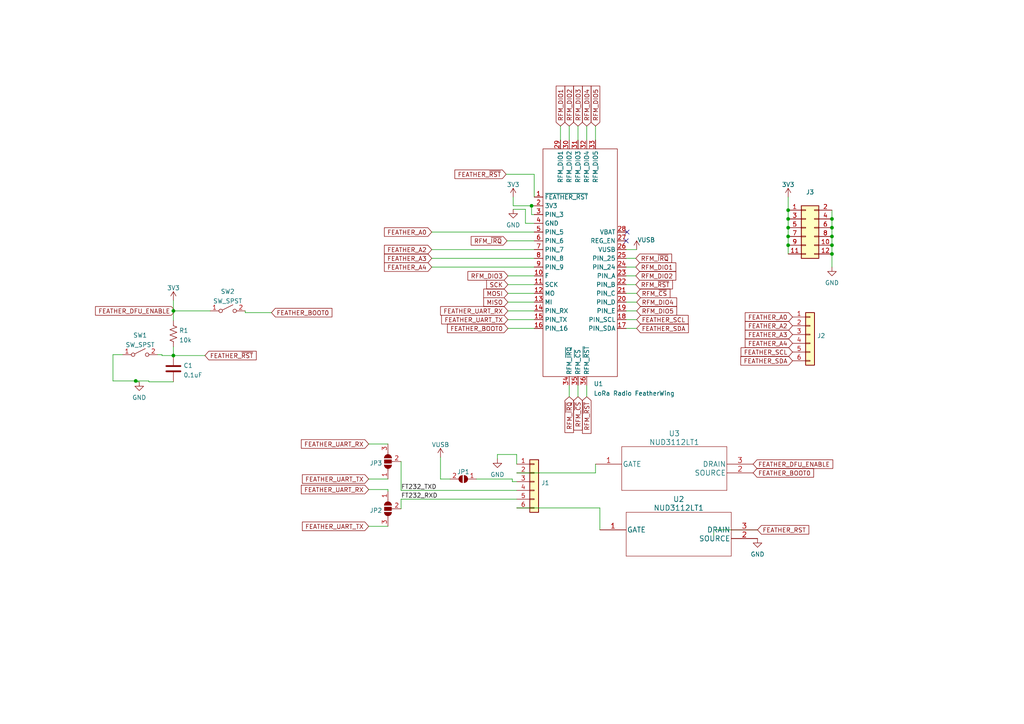
<source format=kicad_sch>
(kicad_sch (version 20230121) (generator eeschema)

  (uuid 2801b0fb-7243-421a-a46b-b10466b869f5)

  (paper "A4")

  (lib_symbols
    (symbol "2023-04-07_15-25-17:NUD3112LT1" (pin_names (offset 0.254)) (in_bom yes) (on_board yes)
      (property "Reference" "U" (at 22.86 10.16 0)
        (effects (font (size 1.524 1.524)))
      )
      (property "Value" "NUD3112LT1" (at 22.86 7.62 0)
        (effects (font (size 1.524 1.524)))
      )
      (property "Footprint" "SOT-23_ONS" (at 22.86 6.096 0)
        (effects (font (size 1.524 1.524)) hide)
      )
      (property "Datasheet" "" (at 0 0 0)
        (effects (font (size 1.524 1.524)))
      )
      (property "ki_locked" "" (at 0 0 0)
        (effects (font (size 1.27 1.27)))
      )
      (property "ki_fp_filters" "SOT-23_ONS SOT-23_ONS-M SOT-23_ONS-L" (at 0 0 0)
        (effects (font (size 1.27 1.27)) hide)
      )
      (symbol "NUD3112LT1_1_1"
        (polyline
          (pts
            (xy 7.62 -7.62)
            (xy 38.1 -7.62)
          )
          (stroke (width 0.127) (type solid))
          (fill (type none))
        )
        (polyline
          (pts
            (xy 7.62 5.08)
            (xy 7.62 -7.62)
          )
          (stroke (width 0.127) (type solid))
          (fill (type none))
        )
        (polyline
          (pts
            (xy 38.1 -7.62)
            (xy 38.1 5.08)
          )
          (stroke (width 0.127) (type solid))
          (fill (type none))
        )
        (polyline
          (pts
            (xy 38.1 5.08)
            (xy 7.62 5.08)
          )
          (stroke (width 0.127) (type solid))
          (fill (type none))
        )
        (pin unspecified line (at 0 0 0) (length 7.62)
          (name "GATE" (effects (font (size 1.4986 1.4986))))
          (number "1" (effects (font (size 1.4986 1.4986))))
        )
        (pin unspecified line (at 45.72 -2.54 180) (length 7.62)
          (name "SOURCE" (effects (font (size 1.4986 1.4986))))
          (number "2" (effects (font (size 1.4986 1.4986))))
        )
        (pin unspecified line (at 45.72 0 180) (length 7.62)
          (name "DRAIN" (effects (font (size 1.4986 1.4986))))
          (number "3" (effects (font (size 1.4986 1.4986))))
        )
      )
    )
    (symbol "Symbols:3V3" (power) (pin_names (offset 0)) (in_bom yes) (on_board yes)
      (property "Reference" "#PWR" (at 0 -3.81 0)
        (effects (font (size 1.27 1.27)) hide)
      )
      (property "Value" "3V3" (at 0 3.556 0)
        (effects (font (size 1.27 1.27)))
      )
      (property "Footprint" "" (at 0 0 0)
        (effects (font (size 1.27 1.27)) hide)
      )
      (property "Datasheet" "" (at 0 0 0)
        (effects (font (size 1.27 1.27)) hide)
      )
      (property "ki_keywords" "power-flag" (at 0 0 0)
        (effects (font (size 1.27 1.27)) hide)
      )
      (property "ki_description" "Power symbol creates a global label with name \"+3.3V\"" (at 0 0 0)
        (effects (font (size 1.27 1.27)) hide)
      )
      (symbol "3V3_0_1"
        (polyline
          (pts
            (xy -0.762 1.27)
            (xy 0 2.54)
          )
          (stroke (width 0) (type default))
          (fill (type none))
        )
        (polyline
          (pts
            (xy 0 0)
            (xy 0 2.54)
          )
          (stroke (width 0) (type default))
          (fill (type none))
        )
        (polyline
          (pts
            (xy 0 2.54)
            (xy 0.762 1.27)
          )
          (stroke (width 0) (type default))
          (fill (type none))
        )
      )
      (symbol "3V3_1_1"
        (pin power_in line (at 0 0 90) (length 0) hide
          (name "3V3" (effects (font (size 1.27 1.27))))
          (number "1" (effects (font (size 1.27 1.27))))
        )
      )
    )
    (symbol "Symbols:C" (pin_numbers hide) (pin_names (offset 0.254)) (in_bom yes) (on_board yes)
      (property "Reference" "C" (at 0.635 2.54 0)
        (effects (font (size 1.27 1.27)) (justify left))
      )
      (property "Value" "C" (at 0.635 -2.54 0)
        (effects (font (size 1.27 1.27)) (justify left))
      )
      (property "Footprint" "" (at 0.9652 -3.81 0)
        (effects (font (size 1.27 1.27)) hide)
      )
      (property "Datasheet" "~" (at 0 0 0)
        (effects (font (size 1.27 1.27)) hide)
      )
      (property "ki_keywords" "cap capacitor" (at 0 0 0)
        (effects (font (size 1.27 1.27)) hide)
      )
      (property "ki_description" "Unpolarized capacitor" (at 0 0 0)
        (effects (font (size 1.27 1.27)) hide)
      )
      (property "ki_fp_filters" "C_*" (at 0 0 0)
        (effects (font (size 1.27 1.27)) hide)
      )
      (symbol "C_0_1"
        (polyline
          (pts
            (xy -2.032 -0.762)
            (xy 2.032 -0.762)
          )
          (stroke (width 0.508) (type default))
          (fill (type none))
        )
        (polyline
          (pts
            (xy -2.032 0.762)
            (xy 2.032 0.762)
          )
          (stroke (width 0.508) (type default))
          (fill (type none))
        )
      )
      (symbol "C_1_1"
        (pin passive line (at 0 3.81 270) (length 2.794)
          (name "~" (effects (font (size 1.27 1.27))))
          (number "1" (effects (font (size 1.27 1.27))))
        )
        (pin passive line (at 0 -3.81 90) (length 2.794)
          (name "~" (effects (font (size 1.27 1.27))))
          (number "2" (effects (font (size 1.27 1.27))))
        )
      )
    )
    (symbol "Symbols:Conn_01x06" (pin_names (offset 1.016) hide) (in_bom yes) (on_board yes)
      (property "Reference" "J" (at 0 7.62 0)
        (effects (font (size 1.27 1.27)))
      )
      (property "Value" "Conn_01x06" (at 0 -10.16 0)
        (effects (font (size 1.27 1.27)))
      )
      (property "Footprint" "" (at 0 0 0)
        (effects (font (size 1.27 1.27)) hide)
      )
      (property "Datasheet" "~" (at 0 0 0)
        (effects (font (size 1.27 1.27)) hide)
      )
      (property "ki_keywords" "connector" (at 0 0 0)
        (effects (font (size 1.27 1.27)) hide)
      )
      (property "ki_description" "Generic connector, single row, 01x06, script generated (kicad-library-utils/schlib/autogen/connector/)" (at 0 0 0)
        (effects (font (size 1.27 1.27)) hide)
      )
      (property "ki_fp_filters" "Connector*:*_1x??_*" (at 0 0 0)
        (effects (font (size 1.27 1.27)) hide)
      )
      (symbol "Conn_01x06_1_1"
        (rectangle (start -1.27 -7.493) (end 0 -7.747)
          (stroke (width 0.1524) (type default))
          (fill (type none))
        )
        (rectangle (start -1.27 -4.953) (end 0 -5.207)
          (stroke (width 0.1524) (type default))
          (fill (type none))
        )
        (rectangle (start -1.27 -2.413) (end 0 -2.667)
          (stroke (width 0.1524) (type default))
          (fill (type none))
        )
        (rectangle (start -1.27 0.127) (end 0 -0.127)
          (stroke (width 0.1524) (type default))
          (fill (type none))
        )
        (rectangle (start -1.27 2.667) (end 0 2.413)
          (stroke (width 0.1524) (type default))
          (fill (type none))
        )
        (rectangle (start -1.27 5.207) (end 0 4.953)
          (stroke (width 0.1524) (type default))
          (fill (type none))
        )
        (rectangle (start -1.27 6.35) (end 1.27 -8.89)
          (stroke (width 0.254) (type default))
          (fill (type background))
        )
        (pin passive line (at -5.08 5.08 0) (length 3.81)
          (name "Pin_1" (effects (font (size 1.27 1.27))))
          (number "1" (effects (font (size 1.27 1.27))))
        )
        (pin passive line (at -5.08 2.54 0) (length 3.81)
          (name "Pin_2" (effects (font (size 1.27 1.27))))
          (number "2" (effects (font (size 1.27 1.27))))
        )
        (pin passive line (at -5.08 0 0) (length 3.81)
          (name "Pin_3" (effects (font (size 1.27 1.27))))
          (number "3" (effects (font (size 1.27 1.27))))
        )
        (pin passive line (at -5.08 -2.54 0) (length 3.81)
          (name "Pin_4" (effects (font (size 1.27 1.27))))
          (number "4" (effects (font (size 1.27 1.27))))
        )
        (pin passive line (at -5.08 -5.08 0) (length 3.81)
          (name "Pin_5" (effects (font (size 1.27 1.27))))
          (number "5" (effects (font (size 1.27 1.27))))
        )
        (pin passive line (at -5.08 -7.62 0) (length 3.81)
          (name "Pin_6" (effects (font (size 1.27 1.27))))
          (number "6" (effects (font (size 1.27 1.27))))
        )
      )
    )
    (symbol "Symbols:Conn_02x06_Odd_Even" (pin_names (offset 1.016) hide) (in_bom yes) (on_board yes)
      (property "Reference" "J" (at 1.27 7.62 0)
        (effects (font (size 1.27 1.27)))
      )
      (property "Value" "Conn_02x06_Odd_Even" (at 1.27 -10.16 0)
        (effects (font (size 1.27 1.27)))
      )
      (property "Footprint" "" (at 0 0 0)
        (effects (font (size 1.27 1.27)) hide)
      )
      (property "Datasheet" "~" (at 0 0 0)
        (effects (font (size 1.27 1.27)) hide)
      )
      (property "ki_keywords" "connector" (at 0 0 0)
        (effects (font (size 1.27 1.27)) hide)
      )
      (property "ki_description" "Generic connector, double row, 02x06, odd/even pin numbering scheme (row 1 odd numbers, row 2 even numbers), script generated (kicad-library-utils/schlib/autogen/connector/)" (at 0 0 0)
        (effects (font (size 1.27 1.27)) hide)
      )
      (property "ki_fp_filters" "Connector*:*_2x??_*" (at 0 0 0)
        (effects (font (size 1.27 1.27)) hide)
      )
      (symbol "Conn_02x06_Odd_Even_1_1"
        (rectangle (start -1.27 -7.493) (end 0 -7.747)
          (stroke (width 0.1524) (type default))
          (fill (type none))
        )
        (rectangle (start -1.27 -4.953) (end 0 -5.207)
          (stroke (width 0.1524) (type default))
          (fill (type none))
        )
        (rectangle (start -1.27 -2.413) (end 0 -2.667)
          (stroke (width 0.1524) (type default))
          (fill (type none))
        )
        (rectangle (start -1.27 0.127) (end 0 -0.127)
          (stroke (width 0.1524) (type default))
          (fill (type none))
        )
        (rectangle (start -1.27 2.667) (end 0 2.413)
          (stroke (width 0.1524) (type default))
          (fill (type none))
        )
        (rectangle (start -1.27 5.207) (end 0 4.953)
          (stroke (width 0.1524) (type default))
          (fill (type none))
        )
        (rectangle (start -1.27 6.35) (end 3.81 -8.89)
          (stroke (width 0.254) (type default))
          (fill (type background))
        )
        (rectangle (start 3.81 -7.493) (end 2.54 -7.747)
          (stroke (width 0.1524) (type default))
          (fill (type none))
        )
        (rectangle (start 3.81 -4.953) (end 2.54 -5.207)
          (stroke (width 0.1524) (type default))
          (fill (type none))
        )
        (rectangle (start 3.81 -2.413) (end 2.54 -2.667)
          (stroke (width 0.1524) (type default))
          (fill (type none))
        )
        (rectangle (start 3.81 0.127) (end 2.54 -0.127)
          (stroke (width 0.1524) (type default))
          (fill (type none))
        )
        (rectangle (start 3.81 2.667) (end 2.54 2.413)
          (stroke (width 0.1524) (type default))
          (fill (type none))
        )
        (rectangle (start 3.81 5.207) (end 2.54 4.953)
          (stroke (width 0.1524) (type default))
          (fill (type none))
        )
        (pin passive line (at -5.08 5.08 0) (length 3.81)
          (name "Pin_1" (effects (font (size 1.27 1.27))))
          (number "1" (effects (font (size 1.27 1.27))))
        )
        (pin passive line (at 7.62 -5.08 180) (length 3.81)
          (name "Pin_10" (effects (font (size 1.27 1.27))))
          (number "10" (effects (font (size 1.27 1.27))))
        )
        (pin passive line (at -5.08 -7.62 0) (length 3.81)
          (name "Pin_11" (effects (font (size 1.27 1.27))))
          (number "11" (effects (font (size 1.27 1.27))))
        )
        (pin passive line (at 7.62 -7.62 180) (length 3.81)
          (name "Pin_12" (effects (font (size 1.27 1.27))))
          (number "12" (effects (font (size 1.27 1.27))))
        )
        (pin passive line (at 7.62 5.08 180) (length 3.81)
          (name "Pin_2" (effects (font (size 1.27 1.27))))
          (number "2" (effects (font (size 1.27 1.27))))
        )
        (pin passive line (at -5.08 2.54 0) (length 3.81)
          (name "Pin_3" (effects (font (size 1.27 1.27))))
          (number "3" (effects (font (size 1.27 1.27))))
        )
        (pin passive line (at 7.62 2.54 180) (length 3.81)
          (name "Pin_4" (effects (font (size 1.27 1.27))))
          (number "4" (effects (font (size 1.27 1.27))))
        )
        (pin passive line (at -5.08 0 0) (length 3.81)
          (name "Pin_5" (effects (font (size 1.27 1.27))))
          (number "5" (effects (font (size 1.27 1.27))))
        )
        (pin passive line (at 7.62 0 180) (length 3.81)
          (name "Pin_6" (effects (font (size 1.27 1.27))))
          (number "6" (effects (font (size 1.27 1.27))))
        )
        (pin passive line (at -5.08 -2.54 0) (length 3.81)
          (name "Pin_7" (effects (font (size 1.27 1.27))))
          (number "7" (effects (font (size 1.27 1.27))))
        )
        (pin passive line (at 7.62 -2.54 180) (length 3.81)
          (name "Pin_8" (effects (font (size 1.27 1.27))))
          (number "8" (effects (font (size 1.27 1.27))))
        )
        (pin passive line (at -5.08 -5.08 0) (length 3.81)
          (name "Pin_9" (effects (font (size 1.27 1.27))))
          (number "9" (effects (font (size 1.27 1.27))))
        )
      )
    )
    (symbol "Symbols:GND" (power) (pin_names (offset 0)) (in_bom yes) (on_board yes)
      (property "Reference" "#PWR" (at 0 -6.35 0)
        (effects (font (size 1.27 1.27)) hide)
      )
      (property "Value" "GND" (at 0 -3.81 0)
        (effects (font (size 1.27 1.27)))
      )
      (property "Footprint" "" (at 0 0 0)
        (effects (font (size 1.27 1.27)) hide)
      )
      (property "Datasheet" "" (at 0 0 0)
        (effects (font (size 1.27 1.27)) hide)
      )
      (property "ki_keywords" "power-flag" (at 0 0 0)
        (effects (font (size 1.27 1.27)) hide)
      )
      (property "ki_description" "Power symbol creates a global label with name \"GND\" , ground" (at 0 0 0)
        (effects (font (size 1.27 1.27)) hide)
      )
      (symbol "GND_0_1"
        (polyline
          (pts
            (xy 0 0)
            (xy 0 -1.27)
            (xy 1.27 -1.27)
            (xy 0 -2.54)
            (xy -1.27 -1.27)
            (xy 0 -1.27)
          )
          (stroke (width 0) (type default))
          (fill (type none))
        )
      )
      (symbol "GND_1_1"
        (pin power_in line (at 0 0 270) (length 0) hide
          (name "GND" (effects (font (size 1.27 1.27))))
          (number "1" (effects (font (size 1.27 1.27))))
        )
      )
    )
    (symbol "Symbols:LoRa Radio FeatherWing" (in_bom yes) (on_board yes)
      (property "Reference" "U1" (at 4.5594 -35.1187 0)
        (effects (font (size 1.27 1.27)) (justify left))
      )
      (property "Value" "LoRa Radio FeatherWing" (at 4.5594 -37.8938 0)
        (effects (font (size 1.27 1.27)) (justify left))
      )
      (property "Footprint" "Footprints:Radio_FeatherWing_16x12+5+3" (at 15.24 -25.4 0)
        (effects (font (size 1.27 1.27)) hide)
      )
      (property "Datasheet" "" (at 15.24 -25.4 0)
        (effects (font (size 1.27 1.27)) hide)
      )
      (symbol "LoRa Radio FeatherWing_0_1"
        (rectangle (start -10.16 33.02) (end 11.43 -33.02)
          (stroke (width 0.1524) (type default))
          (fill (type none))
        )
      )
      (symbol "LoRa Radio FeatherWing_1_1"
        (pin input line (at -12.7 19.05 0) (length 2.54)
          (name "~{FEATHER_RST}" (effects (font (size 1.27 1.27))))
          (number "1" (effects (font (size 1.27 1.27))))
        )
        (pin bidirectional line (at -12.7 -3.81 0) (length 2.54)
          (name "F" (effects (font (size 1.27 1.27))))
          (number "10" (effects (font (size 1.27 1.27))))
        )
        (pin input line (at -12.7 -6.35 0) (length 2.54)
          (name "SCK" (effects (font (size 1.27 1.27))))
          (number "11" (effects (font (size 1.27 1.27))))
        )
        (pin input line (at -12.7 -8.89 0) (length 2.54)
          (name "MO" (effects (font (size 1.27 1.27))))
          (number "12" (effects (font (size 1.27 1.27))))
        )
        (pin output line (at -12.7 -11.43 0) (length 2.54)
          (name "MI" (effects (font (size 1.27 1.27))))
          (number "13" (effects (font (size 1.27 1.27))))
        )
        (pin bidirectional line (at -12.7 -13.97 0) (length 2.54)
          (name "PIN_RX" (effects (font (size 1.27 1.27))))
          (number "14" (effects (font (size 1.27 1.27))))
        )
        (pin bidirectional line (at -12.7 -16.51 0) (length 2.54)
          (name "PIN_TX" (effects (font (size 1.27 1.27))))
          (number "15" (effects (font (size 1.27 1.27))))
        )
        (pin bidirectional line (at -12.7 -19.05 0) (length 2.54)
          (name "PIN_16" (effects (font (size 1.27 1.27))))
          (number "16" (effects (font (size 1.27 1.27))))
        )
        (pin bidirectional line (at 13.97 -19.05 180) (length 2.54)
          (name "PIN_SDA" (effects (font (size 1.27 1.27))))
          (number "17" (effects (font (size 1.27 1.27))))
        )
        (pin bidirectional line (at 13.97 -16.51 180) (length 2.54)
          (name "PIN_SCL" (effects (font (size 1.27 1.27))))
          (number "18" (effects (font (size 1.27 1.27))))
        )
        (pin bidirectional line (at 13.97 -13.97 180) (length 2.54)
          (name "PIN_E" (effects (font (size 1.27 1.27))))
          (number "19" (effects (font (size 1.27 1.27))))
        )
        (pin power_in line (at -12.7 16.51 0) (length 2.54)
          (name "3V3" (effects (font (size 1.27 1.27))))
          (number "2" (effects (font (size 1.27 1.27))))
        )
        (pin bidirectional line (at 13.97 -11.43 180) (length 2.54)
          (name "PIN_D" (effects (font (size 1.27 1.27))))
          (number "20" (effects (font (size 1.27 1.27))))
        )
        (pin bidirectional line (at 13.97 -8.89 180) (length 2.54)
          (name "PIN_C" (effects (font (size 1.27 1.27))))
          (number "21" (effects (font (size 1.27 1.27))))
        )
        (pin bidirectional line (at 13.97 -6.35 180) (length 2.54)
          (name "PIN_B" (effects (font (size 1.27 1.27))))
          (number "22" (effects (font (size 1.27 1.27))))
        )
        (pin bidirectional line (at 13.97 -3.81 180) (length 2.54)
          (name "PIN_A" (effects (font (size 1.27 1.27))))
          (number "23" (effects (font (size 1.27 1.27))))
        )
        (pin bidirectional line (at 13.97 -1.27 180) (length 2.54)
          (name "PIN_24" (effects (font (size 1.27 1.27))))
          (number "24" (effects (font (size 1.27 1.27))))
        )
        (pin bidirectional line (at 13.97 1.27 180) (length 2.54)
          (name "PIN_25" (effects (font (size 1.27 1.27))))
          (number "25" (effects (font (size 1.27 1.27))))
        )
        (pin power_out line (at 13.97 3.81 180) (length 2.54)
          (name "VUSB" (effects (font (size 1.27 1.27))))
          (number "26" (effects (font (size 1.27 1.27))))
        )
        (pin input line (at 13.97 6.35 180) (length 2.54)
          (name "REG_EN" (effects (font (size 1.27 1.27))))
          (number "27" (effects (font (size 1.27 1.27))))
        )
        (pin power_out line (at 13.97 8.89 180) (length 2.54)
          (name "VBAT" (effects (font (size 1.27 1.27))))
          (number "28" (effects (font (size 1.27 1.27))))
        )
        (pin bidirectional line (at -5.08 35.56 270) (length 2.54)
          (name "RFM_DIO1" (effects (font (size 1.27 1.27))))
          (number "29" (effects (font (size 1.27 1.27))))
        )
        (pin bidirectional line (at -12.7 13.97 0) (length 2.54)
          (name "PIN_3" (effects (font (size 1.27 1.27))))
          (number "3" (effects (font (size 1.27 1.27))))
        )
        (pin bidirectional line (at -2.54 35.56 270) (length 2.54)
          (name "RFM_DIO2" (effects (font (size 1.27 1.27))))
          (number "30" (effects (font (size 1.27 1.27))))
        )
        (pin bidirectional line (at 0 35.56 270) (length 2.54)
          (name "RFM_DIO3" (effects (font (size 1.27 1.27))))
          (number "31" (effects (font (size 1.27 1.27))))
        )
        (pin bidirectional line (at 2.54 35.56 270) (length 2.54)
          (name "RFM_DIO4" (effects (font (size 1.27 1.27))))
          (number "32" (effects (font (size 1.27 1.27))))
        )
        (pin bidirectional line (at 5.08 35.56 270) (length 2.54)
          (name "RFM_DIO5" (effects (font (size 1.27 1.27))))
          (number "33" (effects (font (size 1.27 1.27))))
        )
        (pin output line (at -2.54 -35.56 90) (length 2.54)
          (name "RFM_~{IRQ}" (effects (font (size 1.27 1.27))))
          (number "34" (effects (font (size 1.27 1.27))))
        )
        (pin input line (at 0 -35.56 90) (length 2.54)
          (name "RFM_~{CS}" (effects (font (size 1.27 1.27))))
          (number "35" (effects (font (size 1.27 1.27))))
        )
        (pin input line (at 2.54 -35.56 90) (length 2.54)
          (name "RFM_~{RST}" (effects (font (size 1.27 1.27))))
          (number "36" (effects (font (size 1.27 1.27))))
        )
        (pin power_in line (at -12.7 11.43 0) (length 2.54)
          (name "GND" (effects (font (size 1.27 1.27))))
          (number "4" (effects (font (size 1.27 1.27))))
        )
        (pin bidirectional line (at -12.7 8.89 0) (length 2.54)
          (name "PIN_5" (effects (font (size 1.27 1.27))))
          (number "5" (effects (font (size 1.27 1.27))))
        )
        (pin bidirectional line (at -12.7 6.35 0) (length 2.54)
          (name "PIN_6" (effects (font (size 1.27 1.27))))
          (number "6" (effects (font (size 1.27 1.27))))
        )
        (pin bidirectional line (at -12.7 3.81 0) (length 2.54)
          (name "PIN_7" (effects (font (size 1.27 1.27))))
          (number "7" (effects (font (size 1.27 1.27))))
        )
        (pin bidirectional line (at -12.7 1.27 0) (length 2.54)
          (name "PIN_8" (effects (font (size 1.27 1.27))))
          (number "8" (effects (font (size 1.27 1.27))))
        )
        (pin bidirectional line (at -12.7 -1.27 0) (length 2.54)
          (name "PIN_9" (effects (font (size 1.27 1.27))))
          (number "9" (effects (font (size 1.27 1.27))))
        )
      )
    )
    (symbol "Symbols:R_US" (pin_numbers hide) (pin_names (offset 0)) (in_bom yes) (on_board yes)
      (property "Reference" "R" (at 2.54 0 90)
        (effects (font (size 1.27 1.27)))
      )
      (property "Value" "R_US" (at -2.54 0 90)
        (effects (font (size 1.27 1.27)))
      )
      (property "Footprint" "" (at 1.016 -0.254 90)
        (effects (font (size 1.27 1.27)) hide)
      )
      (property "Datasheet" "~" (at 0 0 0)
        (effects (font (size 1.27 1.27)) hide)
      )
      (property "ki_keywords" "R res resistor" (at 0 0 0)
        (effects (font (size 1.27 1.27)) hide)
      )
      (property "ki_description" "Resistor, US symbol" (at 0 0 0)
        (effects (font (size 1.27 1.27)) hide)
      )
      (property "ki_fp_filters" "R_*" (at 0 0 0)
        (effects (font (size 1.27 1.27)) hide)
      )
      (symbol "R_US_0_1"
        (polyline
          (pts
            (xy 0 -2.286)
            (xy 0 -2.54)
          )
          (stroke (width 0) (type default))
          (fill (type none))
        )
        (polyline
          (pts
            (xy 0 2.286)
            (xy 0 2.54)
          )
          (stroke (width 0) (type default))
          (fill (type none))
        )
        (polyline
          (pts
            (xy 0 -0.762)
            (xy 1.016 -1.143)
            (xy 0 -1.524)
            (xy -1.016 -1.905)
            (xy 0 -2.286)
          )
          (stroke (width 0) (type default))
          (fill (type none))
        )
        (polyline
          (pts
            (xy 0 0.762)
            (xy 1.016 0.381)
            (xy 0 0)
            (xy -1.016 -0.381)
            (xy 0 -0.762)
          )
          (stroke (width 0) (type default))
          (fill (type none))
        )
        (polyline
          (pts
            (xy 0 2.286)
            (xy 1.016 1.905)
            (xy 0 1.524)
            (xy -1.016 1.143)
            (xy 0 0.762)
          )
          (stroke (width 0) (type default))
          (fill (type none))
        )
      )
      (symbol "R_US_1_1"
        (pin passive line (at 0 3.81 270) (length 1.27)
          (name "~" (effects (font (size 1.27 1.27))))
          (number "1" (effects (font (size 1.27 1.27))))
        )
        (pin passive line (at 0 -3.81 90) (length 1.27)
          (name "~" (effects (font (size 1.27 1.27))))
          (number "2" (effects (font (size 1.27 1.27))))
        )
      )
    )
    (symbol "Symbols:SW_SPST" (pin_names (offset 0) hide) (in_bom yes) (on_board yes)
      (property "Reference" "SW" (at 0 3.175 0)
        (effects (font (size 1.27 1.27)))
      )
      (property "Value" "SW_SPST" (at 0 -2.54 0)
        (effects (font (size 1.27 1.27)))
      )
      (property "Footprint" "" (at 0 0 0)
        (effects (font (size 1.27 1.27)) hide)
      )
      (property "Datasheet" "~" (at 0 0 0)
        (effects (font (size 1.27 1.27)) hide)
      )
      (property "ki_keywords" "switch lever" (at 0 0 0)
        (effects (font (size 1.27 1.27)) hide)
      )
      (property "ki_description" "Single Pole Single Throw (SPST) switch" (at 0 0 0)
        (effects (font (size 1.27 1.27)) hide)
      )
      (symbol "SW_SPST_0_0"
        (circle (center -2.032 0) (radius 0.508)
          (stroke (width 0) (type default))
          (fill (type none))
        )
        (polyline
          (pts
            (xy -1.524 0.254)
            (xy 1.524 1.778)
          )
          (stroke (width 0) (type default))
          (fill (type none))
        )
        (circle (center 2.032 0) (radius 0.508)
          (stroke (width 0) (type default))
          (fill (type none))
        )
      )
      (symbol "SW_SPST_1_1"
        (pin passive line (at -5.08 0 0) (length 2.54)
          (name "A" (effects (font (size 1.27 1.27))))
          (number "1" (effects (font (size 1.27 1.27))))
        )
        (pin passive line (at 5.08 0 180) (length 2.54)
          (name "B" (effects (font (size 1.27 1.27))))
          (number "2" (effects (font (size 1.27 1.27))))
        )
      )
    )
    (symbol "Symbols:SolderJumper_2_Open" (pin_names (offset 0) hide) (in_bom yes) (on_board yes)
      (property "Reference" "JP" (at 0 2.032 0)
        (effects (font (size 1.27 1.27)))
      )
      (property "Value" "SolderJumper_2_Open" (at 0 -2.54 0)
        (effects (font (size 1.27 1.27)))
      )
      (property "Footprint" "" (at 0 0 0)
        (effects (font (size 1.27 1.27)) hide)
      )
      (property "Datasheet" "~" (at 0 0 0)
        (effects (font (size 1.27 1.27)) hide)
      )
      (property "ki_keywords" "solder jumper SPST" (at 0 0 0)
        (effects (font (size 1.27 1.27)) hide)
      )
      (property "ki_description" "Solder Jumper, 2-pole, open" (at 0 0 0)
        (effects (font (size 1.27 1.27)) hide)
      )
      (property "ki_fp_filters" "SolderJumper*Open*" (at 0 0 0)
        (effects (font (size 1.27 1.27)) hide)
      )
      (symbol "SolderJumper_2_Open_0_1"
        (arc (start -0.254 1.016) (mid -1.2656 0) (end -0.254 -1.016)
          (stroke (width 0) (type default))
          (fill (type none))
        )
        (arc (start -0.254 1.016) (mid -1.2656 0) (end -0.254 -1.016)
          (stroke (width 0) (type default))
          (fill (type outline))
        )
        (polyline
          (pts
            (xy -0.254 1.016)
            (xy -0.254 -1.016)
          )
          (stroke (width 0) (type default))
          (fill (type none))
        )
        (polyline
          (pts
            (xy 0.254 1.016)
            (xy 0.254 -1.016)
          )
          (stroke (width 0) (type default))
          (fill (type none))
        )
        (arc (start 0.254 -1.016) (mid 1.2656 0) (end 0.254 1.016)
          (stroke (width 0) (type default))
          (fill (type none))
        )
        (arc (start 0.254 -1.016) (mid 1.2656 0) (end 0.254 1.016)
          (stroke (width 0) (type default))
          (fill (type outline))
        )
      )
      (symbol "SolderJumper_2_Open_1_1"
        (pin passive line (at -3.81 0 0) (length 2.54)
          (name "A" (effects (font (size 1.27 1.27))))
          (number "1" (effects (font (size 1.27 1.27))))
        )
        (pin passive line (at 3.81 0 180) (length 2.54)
          (name "B" (effects (font (size 1.27 1.27))))
          (number "2" (effects (font (size 1.27 1.27))))
        )
      )
    )
    (symbol "Symbols:SolderJumper_3_Open" (pin_names (offset 0) hide) (in_bom yes) (on_board yes)
      (property "Reference" "JP" (at -2.54 -2.54 0)
        (effects (font (size 1.27 1.27)))
      )
      (property "Value" "SolderJumper_3_Open" (at 0 2.794 0)
        (effects (font (size 1.27 1.27)))
      )
      (property "Footprint" "" (at 0 0 0)
        (effects (font (size 1.27 1.27)) hide)
      )
      (property "Datasheet" "~" (at 0 0 0)
        (effects (font (size 1.27 1.27)) hide)
      )
      (property "ki_keywords" "Solder Jumper SPDT" (at 0 0 0)
        (effects (font (size 1.27 1.27)) hide)
      )
      (property "ki_description" "Solder Jumper, 3-pole, open" (at 0 0 0)
        (effects (font (size 1.27 1.27)) hide)
      )
      (property "ki_fp_filters" "SolderJumper*Open*" (at 0 0 0)
        (effects (font (size 1.27 1.27)) hide)
      )
      (symbol "SolderJumper_3_Open_0_1"
        (arc (start -1.016 1.016) (mid -2.0276 0) (end -1.016 -1.016)
          (stroke (width 0) (type default))
          (fill (type none))
        )
        (arc (start -1.016 1.016) (mid -2.0276 0) (end -1.016 -1.016)
          (stroke (width 0) (type default))
          (fill (type outline))
        )
        (rectangle (start -0.508 1.016) (end 0.508 -1.016)
          (stroke (width 0) (type default))
          (fill (type outline))
        )
        (polyline
          (pts
            (xy -2.54 0)
            (xy -2.032 0)
          )
          (stroke (width 0) (type default))
          (fill (type none))
        )
        (polyline
          (pts
            (xy -1.016 1.016)
            (xy -1.016 -1.016)
          )
          (stroke (width 0) (type default))
          (fill (type none))
        )
        (polyline
          (pts
            (xy 0 -1.27)
            (xy 0 -1.016)
          )
          (stroke (width 0) (type default))
          (fill (type none))
        )
        (polyline
          (pts
            (xy 1.016 1.016)
            (xy 1.016 -1.016)
          )
          (stroke (width 0) (type default))
          (fill (type none))
        )
        (polyline
          (pts
            (xy 2.54 0)
            (xy 2.032 0)
          )
          (stroke (width 0) (type default))
          (fill (type none))
        )
        (arc (start 1.016 -1.016) (mid 2.0276 0) (end 1.016 1.016)
          (stroke (width 0) (type default))
          (fill (type none))
        )
        (arc (start 1.016 -1.016) (mid 2.0276 0) (end 1.016 1.016)
          (stroke (width 0) (type default))
          (fill (type outline))
        )
      )
      (symbol "SolderJumper_3_Open_1_1"
        (pin passive line (at -5.08 0 0) (length 2.54)
          (name "A" (effects (font (size 1.27 1.27))))
          (number "1" (effects (font (size 1.27 1.27))))
        )
        (pin input line (at 0 -3.81 90) (length 2.54)
          (name "C" (effects (font (size 1.27 1.27))))
          (number "2" (effects (font (size 1.27 1.27))))
        )
        (pin passive line (at 5.08 0 180) (length 2.54)
          (name "B" (effects (font (size 1.27 1.27))))
          (number "3" (effects (font (size 1.27 1.27))))
        )
      )
    )
    (symbol "Symbols:VUSB" (power) (pin_names (offset 0)) (in_bom yes) (on_board yes)
      (property "Reference" "#PWR" (at 0 -3.81 0)
        (effects (font (size 1.27 1.27)) hide)
      )
      (property "Value" "VUSB" (at 0 3.81 0)
        (effects (font (size 1.27 1.27)))
      )
      (property "Footprint" "" (at 0 0 0)
        (effects (font (size 1.27 1.27)) hide)
      )
      (property "Datasheet" "" (at 0 0 0)
        (effects (font (size 1.27 1.27)) hide)
      )
      (property "ki_keywords" "power-flag" (at 0 0 0)
        (effects (font (size 1.27 1.27)) hide)
      )
      (property "ki_description" "Power symbol creates a global label with name \"VBUS\"" (at 0 0 0)
        (effects (font (size 1.27 1.27)) hide)
      )
      (symbol "VUSB_0_1"
        (polyline
          (pts
            (xy -0.762 1.27)
            (xy 0 2.54)
          )
          (stroke (width 0) (type default))
          (fill (type none))
        )
        (polyline
          (pts
            (xy 0 0)
            (xy 0 2.54)
          )
          (stroke (width 0) (type default))
          (fill (type none))
        )
        (polyline
          (pts
            (xy 0 2.54)
            (xy 0.762 1.27)
          )
          (stroke (width 0) (type default))
          (fill (type none))
        )
      )
      (symbol "VUSB_1_1"
        (pin power_in line (at 0 0 90) (length 0) hide
          (name "VUSB" (effects (font (size 1.27 1.27))))
          (number "1" (effects (font (size 1.27 1.27))))
        )
      )
    )
  )

  (junction (at 39.37 110.49) (diameter 0) (color 0 0 0 0)
    (uuid 0c5b89eb-9ace-4759-b7a8-a38ca4cc3d35)
  )
  (junction (at 241.3 68.58) (diameter 0) (color 0 0 0 0)
    (uuid 135ae206-1021-4a43-8b45-096e77a657bf)
  )
  (junction (at 228.6 71.12) (diameter 0) (color 0 0 0 0)
    (uuid 20fb8a73-ce73-47e1-90a6-3ef1983db2b8)
  )
  (junction (at 50.292 90.17) (diameter 0) (color 0 0 0 0)
    (uuid 2d34f8c9-fc39-4088-9d22-87d4b6b8e677)
  )
  (junction (at 50.292 103.124) (diameter 0) (color 0 0 0 0)
    (uuid 3eec5024-daf0-4fbb-97f0-e2e865116f50)
  )
  (junction (at 228.6 63.5) (diameter 0) (color 0 0 0 0)
    (uuid 418d0763-2840-4c6c-ac1c-ffdd7d1e2af3)
  )
  (junction (at 228.6 66.04) (diameter 0) (color 0 0 0 0)
    (uuid 65a36e60-62fc-441c-bd84-615bef116506)
  )
  (junction (at 241.3 71.12) (diameter 0) (color 0 0 0 0)
    (uuid 79da97eb-4f3a-4f93-b95f-81be49713f93)
  )
  (junction (at 228.6 60.96) (diameter 0) (color 0 0 0 0)
    (uuid a01b069b-fed4-417e-bda3-581499dc1291)
  )
  (junction (at 228.6 68.58) (diameter 0) (color 0 0 0 0)
    (uuid bd00a05b-5d37-4854-afd5-c679214f2679)
  )
  (junction (at 241.3 63.5) (diameter 0) (color 0 0 0 0)
    (uuid be90c620-76da-42a0-b627-8b9312322f79)
  )
  (junction (at 241.3 66.04) (diameter 0) (color 0 0 0 0)
    (uuid c71ced10-2508-4188-8c0c-a0112bcf8943)
  )
  (junction (at 241.3 73.66) (diameter 0) (color 0 0 0 0)
    (uuid d51fe141-6a93-47c8-a4ce-d76b800e149b)
  )
  (junction (at 154.178 59.69) (diameter 0) (color 0 0 0 0)
    (uuid dd7543b0-4d13-4ddb-b7dd-c5d0a9480750)
  )

  (no_connect (at 181.61 69.85) (uuid d406f391-46f8-483e-a4e8-a855748a1b8c))
  (no_connect (at 181.864 67.31) (uuid d406f391-46f8-483e-a4e8-a855748a1b8d))

  (wire (pts (xy 148.59 138.938) (xy 138.176 138.938))
    (stroke (width 0) (type default))
    (uuid 026749ba-55d5-4b2d-9105-ac0a8ceb73d7)
  )
  (wire (pts (xy 241.3 60.96) (xy 241.3 63.5))
    (stroke (width 0) (type default))
    (uuid 046ca300-6007-4c2d-a6da-b688c32b53f6)
  )
  (wire (pts (xy 181.61 85.09) (xy 184.658 85.09))
    (stroke (width 0) (type default))
    (uuid 06bf1160-a209-4665-9c2d-5a5c69411720)
  )
  (wire (pts (xy 147.32 82.55) (xy 154.94 82.55))
    (stroke (width 0) (type default))
    (uuid 07baad6b-045f-4f88-92f8-e5bc1ca40ef3)
  )
  (wire (pts (xy 181.61 80.01) (xy 184.404 80.01))
    (stroke (width 0) (type default))
    (uuid 07f99569-6b77-4d29-bdd4-02e9c52dff48)
  )
  (wire (pts (xy 127.762 132.588) (xy 127.762 138.938))
    (stroke (width 0) (type default))
    (uuid 100b2333-05d9-4fdb-88a9-039a9a2ecd91)
  )
  (wire (pts (xy 181.61 77.47) (xy 184.404 77.47))
    (stroke (width 0) (type default))
    (uuid 15a371e4-6bea-465d-89bc-727a7a1ac29f)
  )
  (wire (pts (xy 154.94 64.77) (xy 152.4 64.77))
    (stroke (width 0) (type default))
    (uuid 184ad0cd-7200-4dfa-8cae-85ba665c675a)
  )
  (wire (pts (xy 71.12 90.17) (xy 71.12 90.678))
    (stroke (width 0) (type default))
    (uuid 18558736-183a-4ad8-bf45-5d0cf65476af)
  )
  (wire (pts (xy 154.178 59.69) (xy 154.178 62.23))
    (stroke (width 0) (type default))
    (uuid 1a861806-acc2-4fbf-a601-706549dddaa3)
  )
  (wire (pts (xy 165.1 36.576) (xy 165.1 40.64))
    (stroke (width 0) (type default))
    (uuid 1b31d323-a986-4c68-8489-73163262fc24)
  )
  (wire (pts (xy 181.61 95.25) (xy 184.658 95.25))
    (stroke (width 0) (type default))
    (uuid 1bc9855a-5c01-4dc8-9402-aec49cfd8806)
  )
  (wire (pts (xy 181.61 90.17) (xy 184.658 90.17))
    (stroke (width 0) (type default))
    (uuid 1c4d7d2c-0eb2-4154-bb75-41dae4aff57b)
  )
  (wire (pts (xy 125.222 77.47) (xy 154.94 77.47))
    (stroke (width 0) (type default))
    (uuid 1f7af8cf-54c0-4210-b3f3-5fa1656abd1b)
  )
  (wire (pts (xy 50.292 103.124) (xy 59.436 103.124))
    (stroke (width 0) (type default))
    (uuid 2307ad32-8ef6-46de-b1cb-fe51cc847bc3)
  )
  (wire (pts (xy 170.18 111.76) (xy 170.18 115.062))
    (stroke (width 0) (type default))
    (uuid 2605300c-1fb8-436b-a545-34f312fbad2a)
  )
  (wire (pts (xy 147.32 95.25) (xy 154.94 95.25))
    (stroke (width 0) (type default))
    (uuid 2c7ad610-2f9d-4d7f-a558-fc2692091bce)
  )
  (wire (pts (xy 170.18 36.576) (xy 170.18 40.64))
    (stroke (width 0) (type default))
    (uuid 2fedfecb-4cee-4a5c-85fe-bfd5cee56e78)
  )
  (wire (pts (xy 241.3 63.5) (xy 241.3 66.04))
    (stroke (width 0) (type default))
    (uuid 3713dacd-41b4-4059-8104-4eebbfd2eb7e)
  )
  (wire (pts (xy 207.01 153.67) (xy 219.71 153.67))
    (stroke (width 0) (type default))
    (uuid 386eac04-6893-4e18-9735-214d67f3c7bc)
  )
  (wire (pts (xy 147.32 87.63) (xy 154.94 87.63))
    (stroke (width 0) (type default))
    (uuid 3a885357-ebb9-43c1-a1ca-7603900555f1)
  )
  (wire (pts (xy 43.18 110.49) (xy 43.18 110.744))
    (stroke (width 0) (type default))
    (uuid 3b33b667-2ec9-4c24-8c7c-5b4b94f1cb4c)
  )
  (wire (pts (xy 147.32 80.01) (xy 154.94 80.01))
    (stroke (width 0) (type default))
    (uuid 3c73e371-7c52-4b8e-80e5-6528313ef99d)
  )
  (wire (pts (xy 173.99 147.32) (xy 173.99 153.67))
    (stroke (width 0) (type default))
    (uuid 3d690e30-2c64-4ca0-a17d-be36a337dc83)
  )
  (wire (pts (xy 116.332 133.858) (xy 116.332 142.24))
    (stroke (width 0) (type default))
    (uuid 4378ea92-658e-4e6a-8494-6d064da4743f)
  )
  (wire (pts (xy 116.332 147.574) (xy 116.332 144.78))
    (stroke (width 0) (type default))
    (uuid 441ba3f6-bb9b-4272-a185-4e8ee8233687)
  )
  (wire (pts (xy 144.272 131.826) (xy 144.272 133.096))
    (stroke (width 0) (type default))
    (uuid 4a2b1911-442b-4445-a9fc-30b5bb3e6b98)
  )
  (wire (pts (xy 116.332 144.78) (xy 149.86 144.78))
    (stroke (width 0) (type default))
    (uuid 4ba42ce8-e4d7-434a-8022-fadd98325b82)
  )
  (wire (pts (xy 228.6 68.58) (xy 228.6 71.12))
    (stroke (width 0) (type default))
    (uuid 4cc35017-c2ef-49ad-989f-8b7ee44b661e)
  )
  (wire (pts (xy 241.3 73.66) (xy 241.3 77.47))
    (stroke (width 0) (type default))
    (uuid 4d51aecc-4371-480e-ba06-eee2864eb701)
  )
  (wire (pts (xy 106.934 141.986) (xy 112.522 141.986))
    (stroke (width 0) (type default))
    (uuid 52ec28b1-eebe-45a5-931b-c18dd330b960)
  )
  (wire (pts (xy 149.86 134.62) (xy 149.86 131.826))
    (stroke (width 0) (type default))
    (uuid 557b0422-eb3f-44fb-8883-d08a0c5f5c49)
  )
  (wire (pts (xy 172.72 36.576) (xy 172.72 40.64))
    (stroke (width 0) (type default))
    (uuid 56b1ee89-2ef2-47dd-ab99-849bcdfb34c5)
  )
  (wire (pts (xy 241.3 68.58) (xy 241.3 71.12))
    (stroke (width 0) (type default))
    (uuid 56e897bb-f5e1-447e-a4e6-3eeea8f3a995)
  )
  (wire (pts (xy 228.6 66.04) (xy 228.6 68.58))
    (stroke (width 0) (type default))
    (uuid 57b1ca51-4322-427c-96fd-b9d3bbc9ce83)
  )
  (wire (pts (xy 43.18 110.744) (xy 50.292 110.744))
    (stroke (width 0) (type default))
    (uuid 5cccb249-62b3-48a4-9c91-9186d3c22b51)
  )
  (wire (pts (xy 149.86 147.32) (xy 173.99 147.32))
    (stroke (width 0) (type default))
    (uuid 5d1c14fc-2e4d-4be9-b9b4-6cf93e4be265)
  )
  (wire (pts (xy 167.64 36.576) (xy 167.64 40.64))
    (stroke (width 0) (type default))
    (uuid 5d4d97ad-69a5-4000-87f4-65133aed022c)
  )
  (wire (pts (xy 46.99 102.87) (xy 46.99 103.124))
    (stroke (width 0) (type default))
    (uuid 5de794b5-d4c7-4fb5-a558-6118873937e8)
  )
  (wire (pts (xy 106.934 152.654) (xy 112.522 152.654))
    (stroke (width 0) (type default))
    (uuid 668158c9-bb1e-4536-b5b2-88cbcdc7190c)
  )
  (wire (pts (xy 147.32 92.71) (xy 154.94 92.71))
    (stroke (width 0) (type default))
    (uuid 6a7b8091-03ca-40c2-bd92-6ae35ddb807d)
  )
  (wire (pts (xy 147.066 69.85) (xy 154.94 69.85))
    (stroke (width 0) (type default))
    (uuid 6c306f88-603e-463c-8ee5-9fa9958cbef6)
  )
  (wire (pts (xy 207.01 156.21) (xy 207.01 153.67))
    (stroke (width 0) (type default))
    (uuid 6d7f3613-aa9e-4f8c-b63e-a4addf5b470a)
  )
  (wire (pts (xy 149.86 131.826) (xy 144.272 131.826))
    (stroke (width 0) (type default))
    (uuid 708e7f01-8dd8-41c6-9b59-25e7f62ff544)
  )
  (wire (pts (xy 148.59 139.7) (xy 148.59 138.938))
    (stroke (width 0) (type default))
    (uuid 740ba5c1-6b17-467d-96d5-09ce2673eb8f)
  )
  (wire (pts (xy 228.6 60.96) (xy 228.6 63.5))
    (stroke (width 0) (type default))
    (uuid 747ded86-8d8d-4cec-b446-947453c3cb81)
  )
  (wire (pts (xy 50.292 100.584) (xy 50.292 103.124))
    (stroke (width 0) (type default))
    (uuid 7732d079-6f89-4a92-a082-af8895a2f232)
  )
  (wire (pts (xy 181.61 82.55) (xy 184.404 82.55))
    (stroke (width 0) (type default))
    (uuid 79110d9e-c722-41c1-afe8-dc125b8bd308)
  )
  (wire (pts (xy 125.222 74.93) (xy 154.94 74.93))
    (stroke (width 0) (type default))
    (uuid 7c91791b-a642-45dd-9169-f345bb798fdd)
  )
  (wire (pts (xy 32.766 110.49) (xy 39.37 110.49))
    (stroke (width 0) (type default))
    (uuid 7d220a8a-ab4c-4375-9332-5a5229950e67)
  )
  (wire (pts (xy 50.292 90.17) (xy 60.96 90.17))
    (stroke (width 0) (type default))
    (uuid 8b13e054-6291-4a3f-a2c0-fb75a42784d1)
  )
  (wire (pts (xy 241.3 71.12) (xy 241.3 73.66))
    (stroke (width 0) (type default))
    (uuid 8f68dbbe-0c67-4515-ab7e-f823fb0b821f)
  )
  (wire (pts (xy 148.59 139.7) (xy 149.86 139.7))
    (stroke (width 0) (type default))
    (uuid 90c66b4d-b5d1-4dd0-808d-14dc139cd61e)
  )
  (wire (pts (xy 39.37 110.49) (xy 43.18 110.49))
    (stroke (width 0) (type default))
    (uuid 9684eb46-d9e3-4182-8251-9fcc14f470ee)
  )
  (wire (pts (xy 125.222 72.39) (xy 154.94 72.39))
    (stroke (width 0) (type default))
    (uuid 97251029-1e59-4ab8-b9a5-647f29310371)
  )
  (wire (pts (xy 181.61 92.71) (xy 184.658 92.71))
    (stroke (width 0) (type default))
    (uuid 98dc562e-6dce-4c43-83c5-f6747aa2deab)
  )
  (wire (pts (xy 241.3 66.04) (xy 241.3 68.58))
    (stroke (width 0) (type default))
    (uuid a070b58e-6577-454f-a448-3a9ce24c7186)
  )
  (wire (pts (xy 39.37 110.49) (xy 39.37 110.744))
    (stroke (width 0) (type default))
    (uuid a2df5173-1e96-4506-bef7-2e391bb86b7d)
  )
  (wire (pts (xy 152.4 60.706) (xy 148.844 60.706))
    (stroke (width 0) (type default))
    (uuid a50e4f0e-4f53-4227-bc18-cb2a1b3475de)
  )
  (wire (pts (xy 162.56 36.576) (xy 162.56 40.64))
    (stroke (width 0) (type default))
    (uuid ab1b70d9-3963-4e64-9a2b-0a4e8e456c84)
  )
  (wire (pts (xy 149.86 142.24) (xy 116.332 142.24))
    (stroke (width 0) (type default))
    (uuid abdb93b0-eeb1-4c17-a5fa-f9c431c9e51f)
  )
  (wire (pts (xy 228.6 57.15) (xy 228.6 60.96))
    (stroke (width 0) (type default))
    (uuid af16ebb1-f575-41db-84a4-0cb4995d7fd1)
  )
  (wire (pts (xy 146.812 50.546) (xy 154.94 50.546))
    (stroke (width 0) (type default))
    (uuid b0ecdcfb-e850-4943-9fbf-87f8b6c67f53)
  )
  (wire (pts (xy 167.64 111.76) (xy 167.64 115.062))
    (stroke (width 0) (type default))
    (uuid b59ec72b-cbb3-4a84-b409-cb1a12e8909e)
  )
  (wire (pts (xy 152.4 64.77) (xy 152.4 60.706))
    (stroke (width 0) (type default))
    (uuid b91d1bc4-4f41-4801-a618-098d8d7e73de)
  )
  (wire (pts (xy 46.99 103.124) (xy 50.292 103.124))
    (stroke (width 0) (type default))
    (uuid be939d73-5cdb-458d-9881-74c7244eca13)
  )
  (wire (pts (xy 184.658 72.39) (xy 181.61 72.39))
    (stroke (width 0) (type default))
    (uuid bee1ff4b-68c0-49eb-9e6c-1b7956062081)
  )
  (wire (pts (xy 50.292 87.122) (xy 50.292 90.17))
    (stroke (width 0) (type default))
    (uuid c3084c30-466b-460f-8166-5f89f8d2ba1b)
  )
  (wire (pts (xy 165.1 115.062) (xy 165.1 111.76))
    (stroke (width 0) (type default))
    (uuid c556311a-75e1-4149-b09d-e5da7d23fa5b)
  )
  (wire (pts (xy 154.178 59.69) (xy 154.94 59.69))
    (stroke (width 0) (type default))
    (uuid c92fd268-cb4f-456a-bd0e-f3e0c858d640)
  )
  (wire (pts (xy 228.6 71.12) (xy 228.6 73.66))
    (stroke (width 0) (type default))
    (uuid ca3a08b3-41f7-4db3-b314-390610dbd8ec)
  )
  (wire (pts (xy 148.844 59.69) (xy 154.178 59.69))
    (stroke (width 0) (type default))
    (uuid d07ae3c2-c86a-4157-98f2-026230732418)
  )
  (wire (pts (xy 154.94 50.546) (xy 154.94 57.15))
    (stroke (width 0) (type default))
    (uuid d40b819e-a10c-4939-9f3f-11821ac60ca9)
  )
  (wire (pts (xy 228.6 63.5) (xy 228.6 66.04))
    (stroke (width 0) (type default))
    (uuid d6b1e4ef-4aa7-4bc1-abbb-a4ee41b3fb80)
  )
  (wire (pts (xy 181.61 74.93) (xy 184.404 74.93))
    (stroke (width 0) (type default))
    (uuid d76091b7-ab4f-4516-84ed-7dbeaa84066f)
  )
  (wire (pts (xy 112.522 141.986) (xy 112.522 142.494))
    (stroke (width 0) (type default))
    (uuid d8a74560-24ce-4c0f-a523-bcc385c79e1b)
  )
  (wire (pts (xy 39.37 110.744) (xy 40.386 110.744))
    (stroke (width 0) (type default))
    (uuid dfebaa9a-9d20-485d-a584-670a311e1e5d)
  )
  (wire (pts (xy 127.762 138.938) (xy 130.556 138.938))
    (stroke (width 0) (type default))
    (uuid e142a3c0-08ab-4343-a79e-79e058103727)
  )
  (wire (pts (xy 172.72 137.16) (xy 172.72 134.62))
    (stroke (width 0) (type default))
    (uuid e212c104-bc00-4a51-b0cd-366a860ca68c)
  )
  (wire (pts (xy 106.934 128.778) (xy 112.522 128.778))
    (stroke (width 0) (type default))
    (uuid e26d27d8-c1ea-49a7-ac36-872cbffae5bf)
  )
  (wire (pts (xy 154.178 62.23) (xy 154.94 62.23))
    (stroke (width 0) (type default))
    (uuid eb67793d-b9fc-4ce9-88c4-4d3cee206c9f)
  )
  (wire (pts (xy 125.222 67.31) (xy 154.94 67.31))
    (stroke (width 0) (type default))
    (uuid ec3b7332-e38f-4720-b0ee-5b8d13dcafcc)
  )
  (wire (pts (xy 50.292 90.17) (xy 50.292 92.964))
    (stroke (width 0) (type default))
    (uuid eca0eb0a-eb5d-4f33-b417-3f6bbdc2cb71)
  )
  (wire (pts (xy 181.61 87.63) (xy 184.658 87.63))
    (stroke (width 0) (type default))
    (uuid ed8d21df-c787-4ae3-8eeb-1176d7bbf466)
  )
  (wire (pts (xy 147.32 90.17) (xy 154.94 90.17))
    (stroke (width 0) (type default))
    (uuid ee3c433a-763e-4056-a779-78ca12527c3e)
  )
  (wire (pts (xy 32.766 102.87) (xy 32.766 110.49))
    (stroke (width 0) (type default))
    (uuid ef49992c-936b-4fd8-a0f4-8a526ffe241d)
  )
  (wire (pts (xy 45.72 102.87) (xy 46.99 102.87))
    (stroke (width 0) (type default))
    (uuid f23b6255-cb7c-4b63-8153-21d9672e6b0f)
  )
  (wire (pts (xy 147.32 85.09) (xy 154.94 85.09))
    (stroke (width 0) (type default))
    (uuid f8160e5e-46aa-4595-b245-23aa2bd5604c)
  )
  (wire (pts (xy 71.12 90.678) (xy 78.74 90.678))
    (stroke (width 0) (type default))
    (uuid fbbeadf7-39bf-4e23-85c4-839935ecfd0c)
  )
  (wire (pts (xy 148.844 57.15) (xy 148.844 59.69))
    (stroke (width 0) (type default))
    (uuid fcd487fc-df1a-4db0-8d32-ddb4a10c7964)
  )
  (wire (pts (xy 32.766 102.87) (xy 35.56 102.87))
    (stroke (width 0) (type default))
    (uuid fef0e443-95dc-414f-a8e5-ee4cb4761987)
  )
  (wire (pts (xy 149.86 137.16) (xy 172.72 137.16))
    (stroke (width 0) (type default))
    (uuid ff2794b7-0d72-41f6-849a-059a7e536c97)
  )
  (wire (pts (xy 106.934 138.938) (xy 112.522 138.938))
    (stroke (width 0) (type default))
    (uuid ffea6297-a21d-43e6-8b87-db3c08af3fa4)
  )

  (label "FT232_TXD" (at 116.332 142.24 0) (fields_autoplaced)
    (effects (font (size 1.27 1.27)) (justify left bottom))
    (uuid a23075c2-3066-42db-8ea3-85dfbd0533ab)
  )
  (label "FT232_RXD" (at 116.332 144.78 0) (fields_autoplaced)
    (effects (font (size 1.27 1.27)) (justify left bottom))
    (uuid fee8bf46-d3fb-4a9f-a9a3-7f7d487f1e41)
  )

  (global_label "FEATHER_A2" (shape input) (at 229.87 94.488 180) (fields_autoplaced)
    (effects (font (size 1.27 1.27)) (justify right))
    (uuid 00b0a1c0-421a-40ab-a9f7-70ddcead75c0)
    (property "Intersheetrefs" "${INTERSHEET_REFS}" (at 216.1479 94.4086 0)
      (effects (font (size 1.27 1.27)) (justify right) hide)
    )
  )
  (global_label "FEATHER_SCL" (shape input) (at 229.87 102.108 180) (fields_autoplaced)
    (effects (font (size 1.27 1.27)) (justify right))
    (uuid 097f8b32-10e1-41c0-b0d6-454125c53ab7)
    (property "Intersheetrefs" "${INTERSHEET_REFS}" (at 214.9383 102.1874 0)
      (effects (font (size 1.27 1.27)) (justify right) hide)
    )
  )
  (global_label "MOSI" (shape input) (at 147.32 85.09 180) (fields_autoplaced)
    (effects (font (size 1.27 1.27)) (justify right))
    (uuid 1843444a-1446-4ae5-b082-3561b79f40fd)
    (property "Intersheetrefs" "${INTERSHEET_REFS}" (at 140.3107 85.0106 0)
      (effects (font (size 1.27 1.27)) (justify right) hide)
    )
  )
  (global_label "FEATHER_SCL" (shape input) (at 184.658 92.71 0) (fields_autoplaced)
    (effects (font (size 1.27 1.27)) (justify left))
    (uuid 19902977-277e-4025-9ff8-6f55810f8bcc)
    (property "Intersheetrefs" "${INTERSHEET_REFS}" (at 199.5897 92.6306 0)
      (effects (font (size 1.27 1.27)) (justify left) hide)
    )
  )
  (global_label "FEATHER_A0" (shape input) (at 229.87 91.948 180) (fields_autoplaced)
    (effects (font (size 1.27 1.27)) (justify right))
    (uuid 20e3852f-ee66-4ff3-b918-c93d50253884)
    (property "Intersheetrefs" "${INTERSHEET_REFS}" (at 216.1479 91.8686 0)
      (effects (font (size 1.27 1.27)) (justify right) hide)
    )
  )
  (global_label "RFM_~{CS}" (shape input) (at 167.64 115.062 270) (fields_autoplaced)
    (effects (font (size 1.27 1.27)) (justify right))
    (uuid 2291555c-43ea-4917-8067-5b73d6281980)
    (property "Intersheetrefs" "${INTERSHEET_REFS}" (at 167.5606 124.7322 90)
      (effects (font (size 1.27 1.27)) (justify right) hide)
    )
  )
  (global_label "FEATHER_A3" (shape input) (at 229.87 97.028 180) (fields_autoplaced)
    (effects (font (size 1.27 1.27)) (justify right))
    (uuid 304de3e4-c125-4781-be84-2d198164a2b7)
    (property "Intersheetrefs" "${INTERSHEET_REFS}" (at 216.1479 96.9486 0)
      (effects (font (size 1.27 1.27)) (justify right) hide)
    )
  )
  (global_label "RFM_DIO4" (shape input) (at 184.658 87.63 0) (fields_autoplaced)
    (effects (font (size 1.27 1.27)) (justify left))
    (uuid 33b22c5c-b186-41df-9b87-5621730fe4b4)
    (property "Intersheetrefs" "${INTERSHEET_REFS}" (at 196.2635 87.7094 0)
      (effects (font (size 1.27 1.27)) (justify left) hide)
    )
  )
  (global_label "FEATHER_DFU_ENABLE" (shape input) (at 218.44 134.62 0) (fields_autoplaced)
    (effects (font (size 1.27 1.27)) (justify left))
    (uuid 36978a49-f60f-481e-ad7b-a01da1b03a64)
    (property "Intersheetrefs" "${INTERSHEET_REFS}" (at 242.0286 134.62 0)
      (effects (font (size 1.27 1.27)) (justify left) hide)
    )
  )
  (global_label "RFM_~{IRQ}" (shape input) (at 165.1 115.062 270) (fields_autoplaced)
    (effects (font (size 1.27 1.27)) (justify right))
    (uuid 390b5093-d1ae-4213-8677-24234d1b816f)
    (property "Intersheetrefs" "${INTERSHEET_REFS}" (at 165.0206 125.458 90)
      (effects (font (size 1.27 1.27)) (justify right) hide)
    )
  )
  (global_label "RFM_DIO5" (shape input) (at 184.658 90.17 0) (fields_autoplaced)
    (effects (font (size 1.27 1.27)) (justify left))
    (uuid 415f0d8c-7820-425d-be52-985e34054fb4)
    (property "Intersheetrefs" "${INTERSHEET_REFS}" (at 196.2635 90.2494 0)
      (effects (font (size 1.27 1.27)) (justify left) hide)
    )
  )
  (global_label "RFM_DIO4" (shape input) (at 170.18 36.576 90) (fields_autoplaced)
    (effects (font (size 1.27 1.27)) (justify left))
    (uuid 43c3f6ab-4b38-471b-9650-4bdd20da7dc1)
    (property "Intersheetrefs" "${INTERSHEET_REFS}" (at 170.2594 24.9705 90)
      (effects (font (size 1.27 1.27)) (justify left) hide)
    )
  )
  (global_label "FEATHER_~{RST}" (shape input) (at 146.812 50.546 180) (fields_autoplaced)
    (effects (font (size 1.27 1.27)) (justify right))
    (uuid 45b2d870-d210-4c6a-983a-9a7d515a42af)
    (property "Intersheetrefs" "${INTERSHEET_REFS}" (at 131.9408 50.6254 0)
      (effects (font (size 1.27 1.27)) (justify right) hide)
    )
  )
  (global_label "FEATHER_SDA" (shape input) (at 184.658 95.25 0) (fields_autoplaced)
    (effects (font (size 1.27 1.27)) (justify left))
    (uuid 4657dcbf-556a-47af-8cb4-ed52e32eaef8)
    (property "Intersheetrefs" "${INTERSHEET_REFS}" (at 199.6501 95.1706 0)
      (effects (font (size 1.27 1.27)) (justify left) hide)
    )
  )
  (global_label "FEATHER_~{RST}" (shape input) (at 59.436 103.124 0) (fields_autoplaced)
    (effects (font (size 1.27 1.27)) (justify left))
    (uuid 4e15fb93-aa5d-4d68-976a-7468d7bb0dde)
    (property "Intersheetrefs" "${INTERSHEET_REFS}" (at 74.3072 103.0446 0)
      (effects (font (size 1.27 1.27)) (justify left) hide)
    )
  )
  (global_label "FEATHER_UART_RX" (shape input) (at 106.934 128.778 180) (fields_autoplaced)
    (effects (font (size 1.27 1.27)) (justify right))
    (uuid 6a25cb92-4175-4552-b78c-20359fad216b)
    (property "Intersheetrefs" "${INTERSHEET_REFS}" (at 87.4061 128.6986 0)
      (effects (font (size 1.27 1.27)) (justify right) hide)
    )
  )
  (global_label "FEATHER_A0" (shape input) (at 125.222 67.31 180) (fields_autoplaced)
    (effects (font (size 1.27 1.27)) (justify right))
    (uuid 6a649a78-9a41-4567-ae44-ff9e92624966)
    (property "Intersheetrefs" "${INTERSHEET_REFS}" (at 111.4999 67.2306 0)
      (effects (font (size 1.27 1.27)) (justify right) hide)
    )
  )
  (global_label "FEATHER_UART_RX" (shape input) (at 147.32 90.17 180) (fields_autoplaced)
    (effects (font (size 1.27 1.27)) (justify right))
    (uuid 71c676d1-6aca-410b-b0ec-ae26725bb777)
    (property "Intersheetrefs" "${INTERSHEET_REFS}" (at 127.7921 90.0906 0)
      (effects (font (size 1.27 1.27)) (justify right) hide)
    )
  )
  (global_label "FEATHER_A3" (shape input) (at 125.222 74.93 180) (fields_autoplaced)
    (effects (font (size 1.27 1.27)) (justify right))
    (uuid 74cf86e8-69a5-45cb-8426-45e383f02ab6)
    (property "Intersheetrefs" "${INTERSHEET_REFS}" (at 111.4999 74.8506 0)
      (effects (font (size 1.27 1.27)) (justify right) hide)
    )
  )
  (global_label "FEATHER_UART_TX" (shape input) (at 147.32 92.71 180) (fields_autoplaced)
    (effects (font (size 1.27 1.27)) (justify right))
    (uuid 79fba730-7130-4cef-8381-feaf2cf527c2)
    (property "Intersheetrefs" "${INTERSHEET_REFS}" (at 128.0945 92.6306 0)
      (effects (font (size 1.27 1.27)) (justify right) hide)
    )
  )
  (global_label "FEATHER_UART_RX" (shape input) (at 106.934 141.986 180) (fields_autoplaced)
    (effects (font (size 1.27 1.27)) (justify right))
    (uuid 88691d51-e66e-47cd-bd39-76b617aed8d3)
    (property "Intersheetrefs" "${INTERSHEET_REFS}" (at 87.4061 141.9066 0)
      (effects (font (size 1.27 1.27)) (justify right) hide)
    )
  )
  (global_label "FEATHER_A2" (shape input) (at 125.222 72.39 180) (fields_autoplaced)
    (effects (font (size 1.27 1.27)) (justify right))
    (uuid 911a3af6-d81a-42af-8580-81af5a25b325)
    (property "Intersheetrefs" "${INTERSHEET_REFS}" (at 111.4999 72.3106 0)
      (effects (font (size 1.27 1.27)) (justify right) hide)
    )
  )
  (global_label "RFM_DIO3" (shape input) (at 147.32 80.01 180) (fields_autoplaced)
    (effects (font (size 1.27 1.27)) (justify right))
    (uuid 94b24e2a-dddd-406e-b952-e3feba179811)
    (property "Intersheetrefs" "${INTERSHEET_REFS}" (at 135.7145 79.9306 0)
      (effects (font (size 1.27 1.27)) (justify right) hide)
    )
  )
  (global_label "FEATHER_BOOT0" (shape input) (at 218.44 137.16 0) (fields_autoplaced)
    (effects (font (size 1.27 1.27)) (justify left))
    (uuid 94be7997-ddbb-4e98-9dcf-e4fb09945609)
    (property "Intersheetrefs" "${INTERSHEET_REFS}" (at 236.4648 137.16 0)
      (effects (font (size 1.27 1.27)) (justify left) hide)
    )
  )
  (global_label "RFM_DIO1" (shape input) (at 184.404 77.47 0) (fields_autoplaced)
    (effects (font (size 1.27 1.27)) (justify left))
    (uuid 97a841a2-88bf-4561-a7fb-af37b65ed190)
    (property "Intersheetrefs" "${INTERSHEET_REFS}" (at 196.0095 77.5494 0)
      (effects (font (size 1.27 1.27)) (justify left) hide)
    )
  )
  (global_label "RFM_DIO3" (shape input) (at 167.64 36.576 90) (fields_autoplaced)
    (effects (font (size 1.27 1.27)) (justify left))
    (uuid 982d4c69-142c-42ab-9e7a-6719155158f2)
    (property "Intersheetrefs" "${INTERSHEET_REFS}" (at 167.5606 24.9705 90)
      (effects (font (size 1.27 1.27)) (justify left) hide)
    )
  )
  (global_label "RFM_~{RST}" (shape input) (at 184.404 82.55 0) (fields_autoplaced)
    (effects (font (size 1.27 1.27)) (justify left))
    (uuid 99c51a6f-5738-4da3-bcd4-58a85a44da83)
    (property "Intersheetrefs" "${INTERSHEET_REFS}" (at 195.0419 82.6294 0)
      (effects (font (size 1.27 1.27)) (justify left) hide)
    )
  )
  (global_label "FEATHER_A4" (shape input) (at 229.87 99.568 180) (fields_autoplaced)
    (effects (font (size 1.27 1.27)) (justify right))
    (uuid 9c3fd282-b432-4a5c-9d2d-ec502116ac11)
    (property "Intersheetrefs" "${INTERSHEET_REFS}" (at 216.1479 99.4886 0)
      (effects (font (size 1.27 1.27)) (justify right) hide)
    )
  )
  (global_label "SCK" (shape input) (at 147.32 82.55 180) (fields_autoplaced)
    (effects (font (size 1.27 1.27)) (justify right))
    (uuid 9d16a026-5ce3-47ab-b4ce-85f3e68b5d84)
    (property "Intersheetrefs" "${INTERSHEET_REFS}" (at 141.1574 82.4706 0)
      (effects (font (size 1.27 1.27)) (justify right) hide)
    )
  )
  (global_label "RFM_~{RST}" (shape input) (at 170.18 115.062 270) (fields_autoplaced)
    (effects (font (size 1.27 1.27)) (justify right))
    (uuid a5945b0f-b620-485e-8050-a50a7ef55e59)
    (property "Intersheetrefs" "${INTERSHEET_REFS}" (at 170.1006 125.6999 90)
      (effects (font (size 1.27 1.27)) (justify right) hide)
    )
  )
  (global_label "RFM_DIO5" (shape input) (at 172.72 36.576 90) (fields_autoplaced)
    (effects (font (size 1.27 1.27)) (justify left))
    (uuid ba700287-4689-4868-9ccc-965c4e8f90cb)
    (property "Intersheetrefs" "${INTERSHEET_REFS}" (at 172.7994 24.9705 90)
      (effects (font (size 1.27 1.27)) (justify left) hide)
    )
  )
  (global_label "FEATHER_BOOT0" (shape input) (at 147.32 95.25 180) (fields_autoplaced)
    (effects (font (size 1.27 1.27)) (justify right))
    (uuid c309497f-8b96-4b76-bc60-41c5be8fcab8)
    (property "Intersheetrefs" "${INTERSHEET_REFS}" (at 129.7879 95.3294 0)
      (effects (font (size 1.27 1.27)) (justify right) hide)
    )
  )
  (global_label "FEATHER_SDA" (shape input) (at 229.87 104.648 180) (fields_autoplaced)
    (effects (font (size 1.27 1.27)) (justify right))
    (uuid ca0073b1-4770-48ec-aa49-df4ae17eaf9f)
    (property "Intersheetrefs" "${INTERSHEET_REFS}" (at 214.8779 104.7274 0)
      (effects (font (size 1.27 1.27)) (justify right) hide)
    )
  )
  (global_label "RFM_DIO2" (shape input) (at 165.1 36.576 90) (fields_autoplaced)
    (effects (font (size 1.27 1.27)) (justify left))
    (uuid cbc8ea3e-7276-4086-a53f-3b912aa7dd09)
    (property "Intersheetrefs" "${INTERSHEET_REFS}" (at 165.1794 24.9705 90)
      (effects (font (size 1.27 1.27)) (justify left) hide)
    )
  )
  (global_label "MISO" (shape input) (at 147.32 87.63 180) (fields_autoplaced)
    (effects (font (size 1.27 1.27)) (justify right))
    (uuid d0ad7947-a5d2-455e-a530-bd7d6705592a)
    (property "Intersheetrefs" "${INTERSHEET_REFS}" (at 140.3107 87.5506 0)
      (effects (font (size 1.27 1.27)) (justify right) hide)
    )
  )
  (global_label "FEATHER_A4" (shape input) (at 125.222 77.47 180) (fields_autoplaced)
    (effects (font (size 1.27 1.27)) (justify right))
    (uuid d1322090-ec1f-4eef-80d8-c889d461fbf5)
    (property "Intersheetrefs" "${INTERSHEET_REFS}" (at 111.4999 77.3906 0)
      (effects (font (size 1.27 1.27)) (justify right) hide)
    )
  )
  (global_label "FEATHER_UART_TX" (shape input) (at 106.934 152.654 180) (fields_autoplaced)
    (effects (font (size 1.27 1.27)) (justify right))
    (uuid d250e144-b68e-45ce-ac7f-93ef94835dd9)
    (property "Intersheetrefs" "${INTERSHEET_REFS}" (at 87.7085 152.5746 0)
      (effects (font (size 1.27 1.27)) (justify right) hide)
    )
  )
  (global_label "RFM_DIO2" (shape input) (at 184.404 80.01 0) (fields_autoplaced)
    (effects (font (size 1.27 1.27)) (justify left))
    (uuid d31bd72a-6719-42a0-b586-62f09c2d3d03)
    (property "Intersheetrefs" "${INTERSHEET_REFS}" (at 196.0095 80.0894 0)
      (effects (font (size 1.27 1.27)) (justify left) hide)
    )
  )
  (global_label "RFM_~{CS}" (shape input) (at 184.658 85.09 0) (fields_autoplaced)
    (effects (font (size 1.27 1.27)) (justify left))
    (uuid d43ce43e-d471-4fb9-8d18-da7fb64b8c7d)
    (property "Intersheetrefs" "${INTERSHEET_REFS}" (at 194.3282 85.0106 0)
      (effects (font (size 1.27 1.27)) (justify left) hide)
    )
  )
  (global_label "RFM_DIO1" (shape input) (at 162.56 36.576 90) (fields_autoplaced)
    (effects (font (size 1.27 1.27)) (justify left))
    (uuid d79c5bae-0997-4633-a4f7-549b3a31c750)
    (property "Intersheetrefs" "${INTERSHEET_REFS}" (at 162.6394 24.9705 90)
      (effects (font (size 1.27 1.27)) (justify left) hide)
    )
  )
  (global_label "FEATHER_DFU_ENABLE" (shape input) (at 50.8 90.17 180) (fields_autoplaced)
    (effects (font (size 1.27 1.27)) (justify right))
    (uuid dfb7e278-ed5f-4e1b-8c33-3f7ee8f6d200)
    (property "Intersheetrefs" "${INTERSHEET_REFS}" (at 27.2114 90.17 0)
      (effects (font (size 1.27 1.27)) (justify right) hide)
    )
  )
  (global_label "FEATHER_UART_TX" (shape input) (at 106.934 138.938 180) (fields_autoplaced)
    (effects (font (size 1.27 1.27)) (justify right))
    (uuid e75bc1e6-c0ed-437d-9bf9-7063f41ecaf4)
    (property "Intersheetrefs" "${INTERSHEET_REFS}" (at 87.7085 138.8586 0)
      (effects (font (size 1.27 1.27)) (justify right) hide)
    )
  )
  (global_label "FEATHER_BOOT0" (shape input) (at 78.74 90.678 0) (fields_autoplaced)
    (effects (font (size 1.27 1.27)) (justify left))
    (uuid ef895b2f-01d1-420a-a641-1cd062423338)
    (property "Intersheetrefs" "${INTERSHEET_REFS}" (at 96.2721 90.5986 0)
      (effects (font (size 1.27 1.27)) (justify left) hide)
    )
  )
  (global_label "RFM_~{IRQ}" (shape input) (at 184.404 74.93 0) (fields_autoplaced)
    (effects (font (size 1.27 1.27)) (justify left))
    (uuid f5c88d15-34a3-427f-9bfe-7c20abcc9de9)
    (property "Intersheetrefs" "${INTERSHEET_REFS}" (at 194.8 75.0094 0)
      (effects (font (size 1.27 1.27)) (justify left) hide)
    )
  )
  (global_label "FEATHER_RST" (shape input) (at 219.71 153.67 0) (fields_autoplaced)
    (effects (font (size 1.27 1.27)) (justify left))
    (uuid f7bf0fe5-5c18-4eed-b2fb-97a01d2d8029)
    (property "Intersheetrefs" "${INTERSHEET_REFS}" (at 235.0738 153.67 0)
      (effects (font (size 1.27 1.27)) (justify left) hide)
    )
  )
  (global_label "RFM_~{IRQ}" (shape input) (at 147.066 69.85 180) (fields_autoplaced)
    (effects (font (size 1.27 1.27)) (justify right))
    (uuid fff81de1-a63a-4be8-9761-5654451cf263)
    (property "Intersheetrefs" "${INTERSHEET_REFS}" (at 136.67 69.7706 0)
      (effects (font (size 1.27 1.27)) (justify right) hide)
    )
  )

  (symbol (lib_id "2023-04-07_15-25-17:NUD3112LT1") (at 173.99 153.67 0) (unit 1)
    (in_bom yes) (on_board yes) (dnp no) (fields_autoplaced)
    (uuid 11a7fd18-0cb9-4f0a-8543-2bc08379eb86)
    (property "Reference" "U2" (at 196.85 144.78 0)
      (effects (font (size 1.524 1.524)))
    )
    (property "Value" "NUD3112LT1" (at 196.85 147.32 0)
      (effects (font (size 1.524 1.524)))
    )
    (property "Footprint" "SOT-23_ONS" (at 196.85 147.574 0)
      (effects (font (size 1.524 1.524)) hide)
    )
    (property "Datasheet" "" (at 173.99 153.67 0)
      (effects (font (size 1.524 1.524)))
    )
    (pin "1" (uuid edf69af5-cc18-488c-b7b9-69af99cc23b5))
    (pin "2" (uuid 830b1a05-0cc9-4dcd-a158-a549d0205d0d))
    (pin "3" (uuid 536a9ebd-497c-4454-8d76-8ed51d46ae57))
    (instances
      (project "featherbridge"
        (path "/2801b0fb-7243-421a-a46b-b10466b869f5"
          (reference "U2") (unit 1)
        )
      )
      (project "Feather-F405-Bridge"
        (path "/d5f527b8-c380-4bdd-a868-474927451c11"
          (reference "U2") (unit 1)
        )
      )
    )
  )

  (symbol (lib_id "Symbols:SolderJumper_2_Open") (at 134.366 138.938 180) (unit 1)
    (in_bom yes) (on_board yes) (dnp no) (fields_autoplaced)
    (uuid 15d7a47c-fb4d-4c64-b6d1-199ded0d921f)
    (property "Reference" "JP1" (at 134.366 136.8575 0)
      (effects (font (size 1.27 1.27)))
    )
    (property "Value" "SolderJumper_2_Open" (at 134.366 141.0184 0)
      (effects (font (size 1.27 1.27)) hide)
    )
    (property "Footprint" "Footprints:SolderJumper-2_P1.3mm_Open_TrianglePad1.0x1.5mm" (at 134.366 138.938 0)
      (effects (font (size 1.27 1.27)) hide)
    )
    (property "Datasheet" "~" (at 134.366 138.938 0)
      (effects (font (size 1.27 1.27)) hide)
    )
    (pin "1" (uuid c5edfa5a-0065-479b-a74d-fe4376c0a80c))
    (pin "2" (uuid f18322b0-7782-4529-948d-39f11b263b84))
    (instances
      (project "featherbridge"
        (path "/2801b0fb-7243-421a-a46b-b10466b869f5"
          (reference "JP1") (unit 1)
        )
      )
      (project "Feather-F405-Bridge"
        (path "/d5f527b8-c380-4bdd-a868-474927451c11"
          (reference "JP1") (unit 1)
        )
      )
    )
  )

  (symbol (lib_id "Symbols:Conn_01x06") (at 154.94 139.7 0) (unit 1)
    (in_bom yes) (on_board yes) (dnp no) (fields_autoplaced)
    (uuid 247260f5-ec7d-4f4f-a9db-2499d1a49d0d)
    (property "Reference" "J1" (at 156.972 140.0615 0)
      (effects (font (size 1.27 1.27)) (justify left))
    )
    (property "Value" "Conn_01x06" (at 156.972 142.8366 0)
      (effects (font (size 1.27 1.27)) (justify left) hide)
    )
    (property "Footprint" "Footprints:PinHeader_1x06_P2.54mm_Vertical" (at 154.94 139.7 0)
      (effects (font (size 1.27 1.27)) hide)
    )
    (property "Datasheet" "~" (at 154.94 139.7 0)
      (effects (font (size 1.27 1.27)) hide)
    )
    (pin "1" (uuid d9b714a2-2d97-44d5-aa6d-65d8cd0972f8))
    (pin "2" (uuid 20a0b65b-fba3-4b7e-bd1e-20cc0afb73cc))
    (pin "3" (uuid c2c97a4b-f3d1-4802-b846-2fb9f7db10f7))
    (pin "4" (uuid a7e83b9a-d5ff-449a-be67-70a9f3a1cb3f))
    (pin "5" (uuid da37f464-4881-4fcf-8afd-be4e168c2bb9))
    (pin "6" (uuid ee8cfbcd-6a2e-4575-9ba7-f02811985a52))
    (instances
      (project "featherbridge"
        (path "/2801b0fb-7243-421a-a46b-b10466b869f5"
          (reference "J1") (unit 1)
        )
      )
      (project "Feather-F405-Bridge"
        (path "/d5f527b8-c380-4bdd-a868-474927451c11"
          (reference "J1") (unit 1)
        )
      )
    )
  )

  (symbol (lib_id "Symbols:GND") (at 40.386 110.744 0) (unit 1)
    (in_bom yes) (on_board yes) (dnp no) (fields_autoplaced)
    (uuid 24da17eb-d7c7-4e44-adef-896a32aa0d31)
    (property "Reference" "#PWR05" (at 40.386 117.094 0)
      (effects (font (size 1.27 1.27)) hide)
    )
    (property "Value" "GND" (at 40.386 115.3065 0)
      (effects (font (size 1.27 1.27)))
    )
    (property "Footprint" "" (at 40.386 110.744 0)
      (effects (font (size 1.27 1.27)) hide)
    )
    (property "Datasheet" "" (at 40.386 110.744 0)
      (effects (font (size 1.27 1.27)) hide)
    )
    (pin "1" (uuid d631f5fe-8a2d-42f0-8856-b66cd23d0660))
    (instances
      (project "featherbridge"
        (path "/2801b0fb-7243-421a-a46b-b10466b869f5"
          (reference "#PWR05") (unit 1)
        )
      )
      (project "Feather-F405-Bridge"
        (path "/d5f527b8-c380-4bdd-a868-474927451c11"
          (reference "#PWR05") (unit 1)
        )
      )
    )
  )

  (symbol (lib_id "Symbols:GND") (at 241.3 77.47 0) (unit 1)
    (in_bom yes) (on_board yes) (dnp no) (fields_autoplaced)
    (uuid 264b604a-c56f-4a66-9147-5562c0047ebd)
    (property "Reference" "#PWR06" (at 241.3 83.82 0)
      (effects (font (size 1.27 1.27)) hide)
    )
    (property "Value" "GND" (at 241.3 82.0325 0)
      (effects (font (size 1.27 1.27)))
    )
    (property "Footprint" "" (at 241.3 77.47 0)
      (effects (font (size 1.27 1.27)) hide)
    )
    (property "Datasheet" "" (at 241.3 77.47 0)
      (effects (font (size 1.27 1.27)) hide)
    )
    (pin "1" (uuid 901edce2-1ace-47ea-a8b7-c3a4ba7e945b))
    (instances
      (project "featherbridge"
        (path "/2801b0fb-7243-421a-a46b-b10466b869f5"
          (reference "#PWR06") (unit 1)
        )
      )
      (project "Feather-F405-Bridge"
        (path "/d5f527b8-c380-4bdd-a868-474927451c11"
          (reference "#PWR06") (unit 1)
        )
      )
    )
  )

  (symbol (lib_id "Symbols:GND") (at 148.844 60.706 0) (unit 1)
    (in_bom yes) (on_board yes) (dnp no) (fields_autoplaced)
    (uuid 2e20daf9-0f2a-4aae-86e4-cf463a99354c)
    (property "Reference" "#PWR03" (at 148.844 67.056 0)
      (effects (font (size 1.27 1.27)) hide)
    )
    (property "Value" "GND" (at 148.844 65.2685 0)
      (effects (font (size 1.27 1.27)))
    )
    (property "Footprint" "" (at 148.844 60.706 0)
      (effects (font (size 1.27 1.27)) hide)
    )
    (property "Datasheet" "" (at 148.844 60.706 0)
      (effects (font (size 1.27 1.27)) hide)
    )
    (pin "1" (uuid c82b72ab-93f6-4d73-bcf9-8686631b591f))
    (instances
      (project "featherbridge"
        (path "/2801b0fb-7243-421a-a46b-b10466b869f5"
          (reference "#PWR03") (unit 1)
        )
      )
      (project "Feather-F405-Bridge"
        (path "/d5f527b8-c380-4bdd-a868-474927451c11"
          (reference "#PWR03") (unit 1)
        )
      )
    )
  )

  (symbol (lib_id "Symbols:VUSB") (at 184.658 72.39 0) (unit 1)
    (in_bom yes) (on_board yes) (dnp no)
    (uuid 38e4e237-9671-4ba0-8b25-218ee0b06bf1)
    (property "Reference" "#PWR0102" (at 184.658 76.2 0)
      (effects (font (size 1.27 1.27)) hide)
    )
    (property "Value" "VUSB" (at 187.452 69.596 0)
      (effects (font (size 1.27 1.27)))
    )
    (property "Footprint" "" (at 184.658 72.39 0)
      (effects (font (size 1.27 1.27)) hide)
    )
    (property "Datasheet" "" (at 184.658 72.39 0)
      (effects (font (size 1.27 1.27)) hide)
    )
    (pin "1" (uuid 94d40500-b48c-4f3f-b859-f4bee9bb1e12))
    (instances
      (project "featherbridge"
        (path "/2801b0fb-7243-421a-a46b-b10466b869f5"
          (reference "#PWR0102") (unit 1)
        )
      )
      (project "Feather-F405-Bridge"
        (path "/d5f527b8-c380-4bdd-a868-474927451c11"
          (reference "#PWR0102") (unit 1)
        )
      )
    )
  )

  (symbol (lib_id "Symbols:LoRa Radio FeatherWing") (at 167.64 76.2 0) (unit 1)
    (in_bom yes) (on_board yes) (dnp no) (fields_autoplaced)
    (uuid 4522aaa9-a3f7-4fd9-a95e-6ea49de915f1)
    (property "Reference" "U1" (at 172.1994 111.3187 0)
      (effects (font (size 1.27 1.27)) (justify left))
    )
    (property "Value" "LoRa Radio FeatherWing" (at 172.1994 114.0938 0)
      (effects (font (size 1.27 1.27)) (justify left))
    )
    (property "Footprint" "Footprints:Radio_FeatherWing_16x12+5+3" (at 182.88 101.6 0)
      (effects (font (size 1.27 1.27)) hide)
    )
    (property "Datasheet" "" (at 182.88 101.6 0)
      (effects (font (size 1.27 1.27)) hide)
    )
    (pin "1" (uuid ff4401dd-ad58-4af1-a050-c143379dcf5c))
    (pin "10" (uuid 45b57847-c7ed-4385-8e6b-236395b143fd))
    (pin "11" (uuid c66e678b-1207-40ac-983b-216bb5eceed3))
    (pin "12" (uuid 197869b9-4733-4b63-ab9c-6873486a5991))
    (pin "13" (uuid e361408f-f2fe-4edd-8092-6ce78f5e62c1))
    (pin "14" (uuid 3c1296a6-c463-4d80-ae90-f76bc8a7db84))
    (pin "15" (uuid 7b8df0be-0351-42f2-8041-1b18b9a0e9d8))
    (pin "16" (uuid 45af126d-558d-4998-a960-1db7c7a26fa1))
    (pin "17" (uuid 0b056470-e7b1-4a89-8ca0-ebeb4d8a1574))
    (pin "18" (uuid abe18ccf-8531-4757-882c-d0bda642f5f9))
    (pin "19" (uuid 55b23783-a1b4-4bbc-897d-a5d59808daf9))
    (pin "2" (uuid e77c79b2-dbc9-400e-bbf2-ad936de0b42a))
    (pin "20" (uuid 2da9014e-0fec-4657-a6c6-39db0e0b3b85))
    (pin "21" (uuid 2a864e1d-bae6-48b1-b20a-75d608c5fa9b))
    (pin "22" (uuid e56fefb4-a13b-41eb-9f92-9321823b2fac))
    (pin "23" (uuid b6481e95-626e-4bda-8e6a-cae52ee4472d))
    (pin "24" (uuid 250322e6-c92b-4c49-9b3b-668cefcf2cc7))
    (pin "25" (uuid 9146dc08-cd3a-49ee-87c5-84c709fb4a6d))
    (pin "26" (uuid d2361146-dcd3-4761-ae8d-7595aa9e5556))
    (pin "27" (uuid be796916-d0e1-427e-876a-708cf1b444a2))
    (pin "28" (uuid aed50d39-7f4c-4940-99c4-d9f4b0a53f92))
    (pin "29" (uuid f1196046-3803-415a-bba0-9b78b30693ca))
    (pin "3" (uuid aae6d0ca-9133-4287-b4fa-80ac92e3d63b))
    (pin "30" (uuid 67257c74-1863-4e4e-bb62-f5522036af6a))
    (pin "31" (uuid 45e46027-4197-4483-bd0a-0b4678201a3a))
    (pin "32" (uuid 3dbec140-3eb2-4754-bd1d-4b4f1bb6d4be))
    (pin "33" (uuid fd775be5-466c-4b4c-a2ac-2dee73621001))
    (pin "34" (uuid 1df54211-25d5-41d9-9b57-5ad4bafc852d))
    (pin "35" (uuid 3cbffd1e-fdc5-46ef-a461-f0713276f31d))
    (pin "36" (uuid b0a0c6b3-0401-4a6b-94eb-7cdeacab4ce1))
    (pin "4" (uuid e08ac3f7-9dfb-4c21-9df8-e60cbbccc80f))
    (pin "5" (uuid 27180bae-4aa1-4902-bc6e-d4a98e656af0))
    (pin "6" (uuid 310d80ca-3ad7-44f5-bac5-6c2814eb55c3))
    (pin "7" (uuid a03e0b09-6d55-4172-bc52-2c3d57db628f))
    (pin "8" (uuid a8e70fbe-1958-49b4-800c-ac3691c9d9df))
    (pin "9" (uuid e44c7179-2ee4-45ee-8971-74c9ef1e8c58))
    (instances
      (project "featherbridge"
        (path "/2801b0fb-7243-421a-a46b-b10466b869f5"
          (reference "U1") (unit 1)
        )
      )
      (project "Feather-F405-Bridge"
        (path "/d5f527b8-c380-4bdd-a868-474927451c11"
          (reference "U1") (unit 1)
        )
      )
    )
  )

  (symbol (lib_id "Symbols:Conn_02x06_Odd_Even") (at 233.68 66.04 0) (unit 1)
    (in_bom yes) (on_board yes) (dnp no) (fields_autoplaced)
    (uuid 5521e408-6695-4061-9351-671a3707ac26)
    (property "Reference" "J3" (at 234.95 55.7235 0)
      (effects (font (size 1.27 1.27)))
    )
    (property "Value" "Conn_02x06_Odd_Even" (at 234.95 58.4986 0)
      (effects (font (size 1.27 1.27)) hide)
    )
    (property "Footprint" "Footprints:PinSocket_2x06_P2.54mm_Vertical_No_Index" (at 233.68 66.04 0)
      (effects (font (size 1.27 1.27)) hide)
    )
    (property "Datasheet" "~" (at 233.68 66.04 0)
      (effects (font (size 1.27 1.27)) hide)
    )
    (pin "1" (uuid c9566bf0-d218-4580-83c0-0395e4b48ccb))
    (pin "10" (uuid e39025c9-4985-441e-bede-8e791987e635))
    (pin "11" (uuid b99c3762-6769-45a1-860c-ac9a97eacdb0))
    (pin "12" (uuid e5c03442-a03e-499a-ae94-a83f737a11ba))
    (pin "2" (uuid 7b737593-00ff-485c-9b90-5e701263cbf5))
    (pin "3" (uuid a3f6261b-6324-4d0a-9f53-91ed42a288cc))
    (pin "4" (uuid 8851c095-995b-48c0-877e-971f338eb017))
    (pin "5" (uuid 2fbb9b9e-fa45-47e5-a911-719ebc6379f7))
    (pin "6" (uuid 9cca2cfd-0fc4-4bc2-a9a5-ab15ea49bf9e))
    (pin "7" (uuid f8a2b5f9-013f-4787-8c05-11da0aa8c0af))
    (pin "8" (uuid 046c514d-b94a-4fec-b0e2-85afd3d07948))
    (pin "9" (uuid c31f8aef-102b-4101-af7a-e7cff81684b2))
    (instances
      (project "featherbridge"
        (path "/2801b0fb-7243-421a-a46b-b10466b869f5"
          (reference "J3") (unit 1)
        )
      )
      (project "Feather-F405-Bridge"
        (path "/d5f527b8-c380-4bdd-a868-474927451c11"
          (reference "J3") (unit 1)
        )
      )
    )
  )

  (symbol (lib_id "Symbols:VUSB") (at 127.762 132.588 0) (unit 1)
    (in_bom yes) (on_board yes) (dnp no) (fields_autoplaced)
    (uuid 757a185b-8648-4eb0-bfa1-21aa2913e9a3)
    (property "Reference" "#PWR01" (at 127.762 136.398 0)
      (effects (font (size 1.27 1.27)) hide)
    )
    (property "Value" "VUSB" (at 127.762 128.9835 0)
      (effects (font (size 1.27 1.27)))
    )
    (property "Footprint" "" (at 127.762 132.588 0)
      (effects (font (size 1.27 1.27)) hide)
    )
    (property "Datasheet" "" (at 127.762 132.588 0)
      (effects (font (size 1.27 1.27)) hide)
    )
    (pin "1" (uuid a3c9005f-5eac-4f9f-9d6c-3f917e2d9a4d))
    (instances
      (project "featherbridge"
        (path "/2801b0fb-7243-421a-a46b-b10466b869f5"
          (reference "#PWR01") (unit 1)
        )
      )
      (project "Feather-F405-Bridge"
        (path "/d5f527b8-c380-4bdd-a868-474927451c11"
          (reference "#PWR01") (unit 1)
        )
      )
    )
  )

  (symbol (lib_id "Symbols:SW_SPST") (at 66.04 90.17 0) (unit 1)
    (in_bom yes) (on_board yes) (dnp no) (fields_autoplaced)
    (uuid 7b4ea4df-9a3c-45a4-b03d-d4f491220559)
    (property "Reference" "SW2" (at 66.04 84.5525 0)
      (effects (font (size 1.27 1.27)))
    )
    (property "Value" "SW_SPST" (at 66.04 87.3276 0)
      (effects (font (size 1.27 1.27)))
    )
    (property "Footprint" "Footprints:SW_PUSH_6mm_THT" (at 66.04 90.17 0)
      (effects (font (size 1.27 1.27)) hide)
    )
    (property "Datasheet" "~" (at 66.04 90.17 0)
      (effects (font (size 1.27 1.27)) hide)
    )
    (pin "1" (uuid 7d4cc9bb-f296-4cd6-bc1b-7f2311b06c35))
    (pin "2" (uuid 639628b5-60fc-4d8b-8393-9b6b7649341e))
    (instances
      (project "featherbridge"
        (path "/2801b0fb-7243-421a-a46b-b10466b869f5"
          (reference "SW2") (unit 1)
        )
      )
      (project "Feather-F405-Bridge"
        (path "/d5f527b8-c380-4bdd-a868-474927451c11"
          (reference "SW2") (unit 1)
        )
      )
    )
  )

  (symbol (lib_id "Symbols:Conn_01x06") (at 234.95 97.028 0) (unit 1)
    (in_bom yes) (on_board yes) (dnp no) (fields_autoplaced)
    (uuid 85f89af2-a79d-40f6-b54e-f6ec3c93b545)
    (property "Reference" "J2" (at 236.982 97.3895 0)
      (effects (font (size 1.27 1.27)) (justify left))
    )
    (property "Value" "Conn_01x06" (at 236.982 100.1646 0)
      (effects (font (size 1.27 1.27)) (justify left) hide)
    )
    (property "Footprint" "Footprints:PinHeader_1x06_P2.54mm_Vertical" (at 234.95 97.028 0)
      (effects (font (size 1.27 1.27)) hide)
    )
    (property "Datasheet" "~" (at 234.95 97.028 0)
      (effects (font (size 1.27 1.27)) hide)
    )
    (pin "1" (uuid 9c1ed41f-7a31-41f4-bb55-6b34cff27380))
    (pin "2" (uuid e7046f98-f35e-4d55-9e1a-b7a03bc30584))
    (pin "3" (uuid 3e21f667-2bc2-4717-a557-e79410c45629))
    (pin "4" (uuid 7675396c-606b-40d2-8218-37904f35081e))
    (pin "5" (uuid 9bc9c834-f19f-49c5-a3a7-809aa9ceabcd))
    (pin "6" (uuid abf3bd26-bcaf-42b2-bced-6f8995e15fcd))
    (instances
      (project "featherbridge"
        (path "/2801b0fb-7243-421a-a46b-b10466b869f5"
          (reference "J2") (unit 1)
        )
      )
      (project "Feather-F405-Bridge"
        (path "/d5f527b8-c380-4bdd-a868-474927451c11"
          (reference "J2") (unit 1)
        )
      )
    )
  )

  (symbol (lib_id "Symbols:C") (at 50.292 106.934 0) (unit 1)
    (in_bom yes) (on_board yes) (dnp no) (fields_autoplaced)
    (uuid 8e31c639-690a-4b31-a53c-ee0e74e6791e)
    (property "Reference" "C1" (at 53.213 106.0255 0)
      (effects (font (size 1.27 1.27)) (justify left))
    )
    (property "Value" "0.1uF" (at 53.213 108.8006 0)
      (effects (font (size 1.27 1.27)) (justify left))
    )
    (property "Footprint" "Footprints:C_Rect_L4.0mm_W2.5mm_P2.50mm" (at 51.2572 110.744 0)
      (effects (font (size 1.27 1.27)) hide)
    )
    (property "Datasheet" "~" (at 50.292 106.934 0)
      (effects (font (size 1.27 1.27)) hide)
    )
    (pin "1" (uuid f41fd08e-5af8-4984-acc8-dbfe58a7e20f))
    (pin "2" (uuid a019bac3-685d-4bd5-82f1-708c720d179b))
    (instances
      (project "featherbridge"
        (path "/2801b0fb-7243-421a-a46b-b10466b869f5"
          (reference "C1") (unit 1)
        )
      )
      (project "Feather-F405-Bridge"
        (path "/d5f527b8-c380-4bdd-a868-474927451c11"
          (reference "C1") (unit 1)
        )
      )
    )
  )

  (symbol (lib_id "Symbols:SolderJumper_3_Open") (at 112.522 147.574 90) (mirror x) (unit 1)
    (in_bom yes) (on_board yes) (dnp no) (fields_autoplaced)
    (uuid a706762f-6f09-49b1-b1b4-4f1b6654dcfb)
    (property "Reference" "JP2" (at 110.8711 148.053 90)
      (effects (font (size 1.27 1.27)) (justify left))
    )
    (property "Value" "SolderJumper_3_Open" (at 110.8711 145.7074 90)
      (effects (font (size 1.27 1.27)) (justify left) hide)
    )
    (property "Footprint" "Footprints:SolderJumper-3_P2.0mm_Open_TrianglePad1.0x1.5mm" (at 112.522 147.574 0)
      (effects (font (size 1.27 1.27)) hide)
    )
    (property "Datasheet" "~" (at 112.522 147.574 0)
      (effects (font (size 1.27 1.27)) hide)
    )
    (pin "1" (uuid 4888bf72-d7d8-40a5-b9ed-7a38cffa3185))
    (pin "2" (uuid 6da35d10-44a4-453d-981e-9d986605f698))
    (pin "3" (uuid 761f0a0a-3ebc-41db-ba8e-2336c1502813))
    (instances
      (project "featherbridge"
        (path "/2801b0fb-7243-421a-a46b-b10466b869f5"
          (reference "JP2") (unit 1)
        )
      )
      (project "Feather-F405-Bridge"
        (path "/d5f527b8-c380-4bdd-a868-474927451c11"
          (reference "JP2") (unit 1)
        )
      )
    )
  )

  (symbol (lib_id "Symbols:3V3") (at 50.292 87.122 0) (unit 1)
    (in_bom yes) (on_board yes) (dnp no) (fields_autoplaced)
    (uuid ae5f91e6-e44e-469d-aaa0-8e71b04c8f4b)
    (property "Reference" "#PWR0103" (at 50.292 90.932 0)
      (effects (font (size 1.27 1.27)) hide)
    )
    (property "Value" "3V3" (at 50.292 83.5175 0)
      (effects (font (size 1.27 1.27)))
    )
    (property "Footprint" "" (at 50.292 87.122 0)
      (effects (font (size 1.27 1.27)) hide)
    )
    (property "Datasheet" "" (at 50.292 87.122 0)
      (effects (font (size 1.27 1.27)) hide)
    )
    (pin "1" (uuid b7ab8ac1-ee27-4715-b7c3-fdc3ad9f094d))
    (instances
      (project "featherbridge"
        (path "/2801b0fb-7243-421a-a46b-b10466b869f5"
          (reference "#PWR0103") (unit 1)
        )
      )
      (project "Feather-F405-Bridge"
        (path "/d5f527b8-c380-4bdd-a868-474927451c11"
          (reference "#PWR0103") (unit 1)
        )
      )
    )
  )

  (symbol (lib_id "Symbols:3V3") (at 228.6 57.15 0) (unit 1)
    (in_bom yes) (on_board yes) (dnp no) (fields_autoplaced)
    (uuid b51c74ff-45b5-45df-b0f5-2c75d85cb3e9)
    (property "Reference" "#PWR04" (at 228.6 60.96 0)
      (effects (font (size 1.27 1.27)) hide)
    )
    (property "Value" "3V3" (at 228.6 53.5455 0)
      (effects (font (size 1.27 1.27)))
    )
    (property "Footprint" "" (at 228.6 57.15 0)
      (effects (font (size 1.27 1.27)) hide)
    )
    (property "Datasheet" "" (at 228.6 57.15 0)
      (effects (font (size 1.27 1.27)) hide)
    )
    (pin "1" (uuid 08914c30-56a7-44fd-99c9-d4e71c5ff920))
    (instances
      (project "featherbridge"
        (path "/2801b0fb-7243-421a-a46b-b10466b869f5"
          (reference "#PWR04") (unit 1)
        )
      )
      (project "Feather-F405-Bridge"
        (path "/d5f527b8-c380-4bdd-a868-474927451c11"
          (reference "#PWR04") (unit 1)
        )
      )
    )
  )

  (symbol (lib_id "Symbols:R_US") (at 50.292 96.774 0) (unit 1)
    (in_bom yes) (on_board yes) (dnp no) (fields_autoplaced)
    (uuid b57c9ac0-8cc3-4814-af03-a794832dd6f1)
    (property "Reference" "R1" (at 51.943 95.8655 0)
      (effects (font (size 1.27 1.27)) (justify left))
    )
    (property "Value" "10k" (at 51.943 98.6406 0)
      (effects (font (size 1.27 1.27)) (justify left))
    )
    (property "Footprint" "Footprints:R_Box_L8.4mm_W2.5mm_P5.08mm" (at 51.308 97.028 90)
      (effects (font (size 1.27 1.27)) hide)
    )
    (property "Datasheet" "~" (at 50.292 96.774 0)
      (effects (font (size 1.27 1.27)) hide)
    )
    (pin "1" (uuid feedf975-ffde-414d-b645-2d9671b1ed52))
    (pin "2" (uuid 9f0b3add-4ed0-4429-8cf5-06c18a68d5b4))
    (instances
      (project "featherbridge"
        (path "/2801b0fb-7243-421a-a46b-b10466b869f5"
          (reference "R1") (unit 1)
        )
      )
      (project "Feather-F405-Bridge"
        (path "/d5f527b8-c380-4bdd-a868-474927451c11"
          (reference "R1") (unit 1)
        )
      )
    )
  )

  (symbol (lib_id "Symbols:GND") (at 144.272 133.096 0) (unit 1)
    (in_bom yes) (on_board yes) (dnp no) (fields_autoplaced)
    (uuid c09e50bf-a3dc-443c-8544-f3659dd7abb9)
    (property "Reference" "#PWR0101" (at 144.272 139.446 0)
      (effects (font (size 1.27 1.27)) hide)
    )
    (property "Value" "GND" (at 144.272 137.6585 0)
      (effects (font (size 1.27 1.27)))
    )
    (property "Footprint" "" (at 144.272 133.096 0)
      (effects (font (size 1.27 1.27)) hide)
    )
    (property "Datasheet" "" (at 144.272 133.096 0)
      (effects (font (size 1.27 1.27)) hide)
    )
    (pin "1" (uuid d29502d3-2fcd-40d8-9256-2f48af771b9e))
    (instances
      (project "featherbridge"
        (path "/2801b0fb-7243-421a-a46b-b10466b869f5"
          (reference "#PWR0101") (unit 1)
        )
      )
      (project "Feather-F405-Bridge"
        (path "/d5f527b8-c380-4bdd-a868-474927451c11"
          (reference "#PWR0101") (unit 1)
        )
      )
    )
  )

  (symbol (lib_id "Symbols:SolderJumper_3_Open") (at 112.522 133.858 90) (unit 1)
    (in_bom yes) (on_board yes) (dnp no) (fields_autoplaced)
    (uuid c637ee0d-a3b7-4793-a75a-4e12699f702d)
    (property "Reference" "JP3" (at 110.8711 134.337 90)
      (effects (font (size 1.27 1.27)) (justify left))
    )
    (property "Value" "SolderJumper_3_Open" (at 110.8711 135.7246 90)
      (effects (font (size 1.27 1.27)) (justify left) hide)
    )
    (property "Footprint" "Footprints:SolderJumper-3_P2.0mm_Open_TrianglePad1.0x1.5mm" (at 112.522 133.858 0)
      (effects (font (size 1.27 1.27)) hide)
    )
    (property "Datasheet" "~" (at 112.522 133.858 0)
      (effects (font (size 1.27 1.27)) hide)
    )
    (pin "1" (uuid ab3ca4ff-f04c-42f2-b79a-4448d239d40a))
    (pin "2" (uuid c74b563d-ac39-4f62-9fdc-d4aafad216b4))
    (pin "3" (uuid 305aa2ed-a92a-49c4-95c5-54d59e0f7df0))
    (instances
      (project "featherbridge"
        (path "/2801b0fb-7243-421a-a46b-b10466b869f5"
          (reference "JP3") (unit 1)
        )
      )
      (project "Feather-F405-Bridge"
        (path "/d5f527b8-c380-4bdd-a868-474927451c11"
          (reference "JP3") (unit 1)
        )
      )
    )
  )

  (symbol (lib_id "2023-04-07_15-25-17:NUD3112LT1") (at 172.72 134.62 0) (unit 1)
    (in_bom yes) (on_board yes) (dnp no) (fields_autoplaced)
    (uuid df5b239c-b81c-42d0-82c2-4e70c3f2eba1)
    (property "Reference" "U3" (at 195.58 125.73 0)
      (effects (font (size 1.524 1.524)))
    )
    (property "Value" "NUD3112LT1" (at 195.58 128.27 0)
      (effects (font (size 1.524 1.524)))
    )
    (property "Footprint" "SOT-23_ONS" (at 195.58 128.524 0)
      (effects (font (size 1.524 1.524)) hide)
    )
    (property "Datasheet" "" (at 172.72 134.62 0)
      (effects (font (size 1.524 1.524)))
    )
    (pin "1" (uuid d719d07f-6a5a-42cb-b723-9e1964f1e329))
    (pin "2" (uuid fedbbdec-5c62-4aef-8499-8b5d5e92fad2))
    (pin "3" (uuid 620e7ab4-0e64-4b99-9f21-291ef7069240))
    (instances
      (project "featherbridge"
        (path "/2801b0fb-7243-421a-a46b-b10466b869f5"
          (reference "U3") (unit 1)
        )
      )
      (project "Feather-F405-Bridge"
        (path "/d5f527b8-c380-4bdd-a868-474927451c11"
          (reference "U3") (unit 1)
        )
      )
    )
  )

  (symbol (lib_id "Symbols:SW_SPST") (at 40.64 102.87 0) (unit 1)
    (in_bom yes) (on_board yes) (dnp no) (fields_autoplaced)
    (uuid e601fb55-888c-48d6-9af1-cd87e9bacb2f)
    (property "Reference" "SW1" (at 40.64 97.2525 0)
      (effects (font (size 1.27 1.27)))
    )
    (property "Value" "SW_SPST" (at 40.64 100.0276 0)
      (effects (font (size 1.27 1.27)))
    )
    (property "Footprint" "Footprints:SW_PUSH_6mm_THT" (at 40.64 102.87 0)
      (effects (font (size 1.27 1.27)) hide)
    )
    (property "Datasheet" "~" (at 40.64 102.87 0)
      (effects (font (size 1.27 1.27)) hide)
    )
    (pin "1" (uuid 0abcf740-3ffb-4ab1-982c-adad02fe935a))
    (pin "2" (uuid 3167db10-c163-453b-9418-211b37e6b38a))
    (instances
      (project "featherbridge"
        (path "/2801b0fb-7243-421a-a46b-b10466b869f5"
          (reference "SW1") (unit 1)
        )
      )
      (project "Feather-F405-Bridge"
        (path "/d5f527b8-c380-4bdd-a868-474927451c11"
          (reference "SW1") (unit 1)
        )
      )
    )
  )

  (symbol (lib_id "Symbols:GND") (at 219.71 156.21 0) (unit 1)
    (in_bom yes) (on_board yes) (dnp no) (fields_autoplaced)
    (uuid e72e7e70-e0e6-4505-957e-5c3a638001f9)
    (property "Reference" "#PWR06" (at 219.71 162.56 0)
      (effects (font (size 1.27 1.27)) hide)
    )
    (property "Value" "GND" (at 219.71 160.7725 0)
      (effects (font (size 1.27 1.27)))
    )
    (property "Footprint" "" (at 219.71 156.21 0)
      (effects (font (size 1.27 1.27)) hide)
    )
    (property "Datasheet" "" (at 219.71 156.21 0)
      (effects (font (size 1.27 1.27)) hide)
    )
    (pin "1" (uuid 35dc47e5-3f28-437c-84a5-578933b3be90))
    (instances
      (project "featherbridge"
        (path "/2801b0fb-7243-421a-a46b-b10466b869f5"
          (reference "#PWR07") (unit 1)
        )
      )
      (project "Feather-F405-Bridge"
        (path "/d5f527b8-c380-4bdd-a868-474927451c11"
          (reference "#PWR06") (unit 1)
        )
      )
    )
  )

  (symbol (lib_id "Symbols:3V3") (at 148.844 57.15 0) (unit 1)
    (in_bom yes) (on_board yes) (dnp no) (fields_autoplaced)
    (uuid f0c0f969-829a-490e-805d-e5f1e76909f9)
    (property "Reference" "#PWR02" (at 148.844 60.96 0)
      (effects (font (size 1.27 1.27)) hide)
    )
    (property "Value" "3V3" (at 148.844 53.5455 0)
      (effects (font (size 1.27 1.27)))
    )
    (property "Footprint" "" (at 148.844 57.15 0)
      (effects (font (size 1.27 1.27)) hide)
    )
    (property "Datasheet" "" (at 148.844 57.15 0)
      (effects (font (size 1.27 1.27)) hide)
    )
    (pin "1" (uuid 54455c48-5722-4699-8548-dc85230227f6))
    (instances
      (project "featherbridge"
        (path "/2801b0fb-7243-421a-a46b-b10466b869f5"
          (reference "#PWR02") (unit 1)
        )
      )
      (project "Feather-F405-Bridge"
        (path "/d5f527b8-c380-4bdd-a868-474927451c11"
          (reference "#PWR02") (unit 1)
        )
      )
    )
  )

  (sheet_instances
    (path "/" (page "1"))
  )
)

</source>
